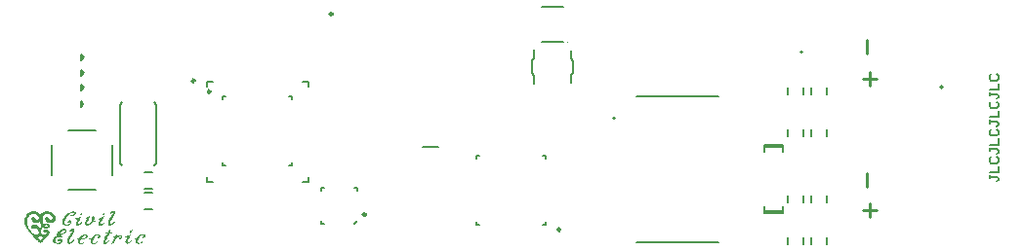
<source format=gto>
G04*
G04 #@! TF.GenerationSoftware,Altium Limited,Altium Designer,18.1.7 (191)*
G04*
G04 Layer_Color=65535*
%FSLAX44Y44*%
%MOMM*%
G71*
G01*
G75*
%ADD10C,0.2500*%
%ADD11C,0.2000*%
%ADD12C,0.1000*%
%ADD13C,0.1500*%
%ADD14C,0.1270*%
%ADD15C,0.2540*%
G36*
X261438Y320669D02*
X261599Y320605D01*
X261824Y320444D01*
X261857D01*
X261889Y320411D01*
X261986Y320283D01*
X262018Y320218D01*
X262114Y320089D01*
X262082Y320025D01*
X262018Y319896D01*
Y319864D01*
X261986Y319832D01*
X261953Y319767D01*
X261889Y319735D01*
X261857D01*
X261824Y319703D01*
X261663Y319606D01*
X261406Y319478D01*
X261148Y319316D01*
X261116D01*
X261084Y319284D01*
X260923Y319188D01*
X260697Y319059D01*
X260440Y318930D01*
X260182D01*
X260118Y318962D01*
X260053Y319027D01*
X260021Y319091D01*
Y319123D01*
X259989Y319252D01*
X260021Y319478D01*
X260053Y319606D01*
X260118Y319767D01*
Y319799D01*
X260150Y319864D01*
X260279Y320057D01*
X260472Y320283D01*
X260697Y320508D01*
X260730Y320540D01*
X260858Y320605D01*
X261052Y320669D01*
X261245Y320701D01*
X261309D01*
X261438Y320669D01*
D02*
G37*
G36*
X254417Y322151D02*
X254513D01*
X254642Y322118D01*
X254771D01*
X255125Y322086D01*
X255544Y322022D01*
X255576D01*
X255641Y321990D01*
X255866Y321925D01*
X256124Y321764D01*
X256349Y321507D01*
Y321474D01*
X256381Y321442D01*
X256478Y321249D01*
X256543Y320959D01*
Y320798D01*
X256510Y320605D01*
Y320573D01*
X256478Y320476D01*
X256414Y320283D01*
X256317Y320057D01*
X256188Y319799D01*
X255995Y319510D01*
X255770Y319188D01*
X255480Y318833D01*
X255448Y318801D01*
X255319Y318704D01*
X255158Y318543D01*
X254900Y318382D01*
X254578Y318189D01*
X254224Y318060D01*
X253805Y317964D01*
X253354Y317931D01*
X253290D01*
X253064Y317964D01*
X252806Y318028D01*
X252549Y318157D01*
X252484Y318189D01*
X252356Y318318D01*
X252195Y318511D01*
X252001Y318769D01*
X251969Y318801D01*
Y318930D01*
X251937Y319091D01*
X252001Y319284D01*
X252034Y319316D01*
X252098Y319413D01*
X252227Y319542D01*
X252388Y319606D01*
X252420D01*
X252517Y319639D01*
X252871D01*
X252968Y319606D01*
X253032Y319478D01*
X253064Y319413D01*
X253096Y319284D01*
Y319220D01*
X253129Y319091D01*
X253193Y318962D01*
X253322Y318898D01*
X253773D01*
X253837Y318930D01*
X253934Y318962D01*
X254063Y319027D01*
X254224Y319091D01*
X254385Y319220D01*
X254546Y319381D01*
X254707Y319574D01*
X254739Y319606D01*
X254771Y319671D01*
X254836Y319767D01*
X254932Y319928D01*
X255061Y320283D01*
X255093Y320476D01*
Y320669D01*
Y320701D01*
Y320733D01*
X255061Y320862D01*
X254997Y321023D01*
X254868Y321184D01*
X254836Y321217D01*
X254739Y321281D01*
X254578Y321313D01*
X254385Y321345D01*
X254191D01*
X254030Y321313D01*
X253805Y321281D01*
X253773D01*
X253644Y321249D01*
X253451Y321217D01*
X253257Y321152D01*
X253225D01*
X253096Y321088D01*
X252935Y321023D01*
X252710Y320895D01*
X252420Y320766D01*
X252130Y320605D01*
X251550Y320218D01*
X251518Y320186D01*
X251422Y320122D01*
X251261Y319993D01*
X251067Y319832D01*
X250842Y319639D01*
X250616Y319413D01*
X250101Y318898D01*
X250069Y318866D01*
X249972Y318737D01*
X249811Y318576D01*
X249586Y318350D01*
X249360Y318060D01*
X249103Y317738D01*
X248587Y317030D01*
X248555Y316998D01*
X248491Y316869D01*
X248362Y316643D01*
X248201Y316386D01*
X248008Y316096D01*
X247814Y315741D01*
X247396Y314968D01*
Y314936D01*
X247363Y314872D01*
X247299Y314775D01*
X247235Y314614D01*
X247106Y314260D01*
X246977Y313841D01*
Y313809D01*
X246945Y313745D01*
Y313616D01*
X246913Y313487D01*
X246880Y313068D01*
Y312617D01*
Y312585D01*
Y312521D01*
X246913Y312392D01*
X246945Y312231D01*
X247074Y311877D01*
X247267Y311490D01*
X247299Y311458D01*
X247331Y311426D01*
X247525Y311265D01*
X247814Y311071D01*
X248233Y310878D01*
X248265D01*
X248394Y310846D01*
X248555Y310814D01*
X248813Y310781D01*
X249070D01*
X249393Y310814D01*
X249747Y310878D01*
X250133Y311007D01*
X250166Y311039D01*
X250294Y311071D01*
X250488Y311168D01*
X250713Y311297D01*
X250971Y311458D01*
X251228Y311683D01*
X251454Y311909D01*
X251647Y312199D01*
Y312231D01*
X251679Y312295D01*
X251776Y312488D01*
Y312521D01*
X251808Y312585D01*
X251840Y312778D01*
Y312811D01*
Y312843D01*
Y312939D01*
X251808Y313036D01*
Y313068D01*
X251776Y313100D01*
X251712Y313165D01*
X251647Y313197D01*
X251583Y313229D01*
X251518D01*
X251422Y313197D01*
X251389D01*
X251325Y313165D01*
X251261Y313133D01*
X251196Y313068D01*
Y313036D01*
X251132Y313004D01*
X251067Y312811D01*
Y312778D01*
X251035Y312714D01*
X250938Y312521D01*
X250906Y312456D01*
X250842Y312327D01*
X250713Y312166D01*
X250552Y312038D01*
X250520Y312005D01*
X250391Y311973D01*
X250198D01*
X249940Y312005D01*
X249876D01*
X249747Y312070D01*
X249586Y312166D01*
X249457Y312327D01*
X249425Y312360D01*
X249393Y312488D01*
X249360Y312682D01*
Y312972D01*
Y313004D01*
X249393Y313068D01*
Y313165D01*
X249425Y313294D01*
X249554Y313584D01*
X249779Y313841D01*
X249811D01*
X249844Y313906D01*
X250037Y314002D01*
X250294Y314163D01*
X250649Y314324D01*
X250681D01*
X250745Y314356D01*
X250842Y314389D01*
X250971D01*
X251293Y314453D01*
X251744D01*
X251937Y314356D01*
X252227Y314228D01*
X252356Y314099D01*
X252517Y313970D01*
X252549D01*
X252581Y313906D01*
X252742Y313745D01*
X252871Y313487D01*
X252935Y313326D01*
X252968Y313165D01*
Y313133D01*
Y313100D01*
Y313004D01*
Y312875D01*
Y312585D01*
X252871Y312231D01*
Y312199D01*
X252806Y312070D01*
X252742Y311909D01*
X252613Y311716D01*
X252484Y311490D01*
X252323Y311297D01*
X252098Y311071D01*
X251873Y310878D01*
X251840Y310846D01*
X251744Y310814D01*
X251583Y310717D01*
X251389Y310620D01*
X251164Y310492D01*
X250906Y310363D01*
X250294Y310137D01*
X250230Y310105D01*
X250069Y310073D01*
X249811Y310009D01*
X249521Y309976D01*
X249457D01*
X249264Y309944D01*
X249006Y309912D01*
X248716Y309880D01*
X248459D01*
X248298Y309912D01*
X248104Y309944D01*
X247847Y309976D01*
X247299Y310105D01*
X246719Y310298D01*
X246107Y310588D01*
X245560Y310975D01*
X245334Y311200D01*
X245109Y311490D01*
Y311522D01*
X245077Y311555D01*
X245012Y311651D01*
X244980Y311780D01*
X244916Y311941D01*
X244851Y312102D01*
X244755Y312585D01*
X244722Y313165D01*
X244755Y313841D01*
X244819Y314195D01*
X244884Y314614D01*
X245045Y315001D01*
X245206Y315452D01*
Y315484D01*
X245270Y315580D01*
X245334Y315709D01*
X245431Y315870D01*
X245560Y316096D01*
X245689Y316353D01*
X246075Y316965D01*
X246558Y317642D01*
X247106Y318318D01*
X247750Y319027D01*
X248491Y319671D01*
X248523Y319703D01*
X248587Y319735D01*
X248716Y319832D01*
X248877Y319928D01*
X249070Y320089D01*
X249296Y320218D01*
X249586Y320411D01*
X249876Y320605D01*
X250584Y320991D01*
X251422Y321378D01*
X252323Y321764D01*
X253322Y322086D01*
X253354D01*
X253419Y322118D01*
X253515D01*
X253644Y322151D01*
X253998Y322183D01*
X254417Y322151D01*
D02*
G37*
G36*
X280923Y320444D02*
X281149Y320411D01*
X281213Y320379D01*
X281310Y320315D01*
X281439Y320218D01*
X281568Y320057D01*
Y320025D01*
X281600Y319993D01*
Y319799D01*
Y319767D01*
Y319703D01*
X281568Y319639D01*
X281535Y319606D01*
X281503D01*
X281471Y319542D01*
X281278Y319413D01*
X281020Y319252D01*
X280698Y319027D01*
X280666D01*
X280634Y318994D01*
X280537Y318930D01*
X280408Y318898D01*
X280086Y318769D01*
X279699Y318640D01*
Y318672D01*
Y318737D01*
X279667Y318866D01*
Y319027D01*
X279699Y319381D01*
X279764Y319574D01*
X279828Y319767D01*
Y319799D01*
X279861Y319864D01*
X280022Y320057D01*
X280247Y320283D01*
X280408Y320379D01*
X280601Y320444D01*
X280634D01*
X280762Y320476D01*
X280923Y320444D01*
D02*
G37*
G36*
X220921Y322376D02*
X221276Y322312D01*
X221694Y322247D01*
X222145Y322151D01*
X222596Y321990D01*
X223047Y321796D01*
X223111Y321764D01*
X223240Y321700D01*
X223466Y321571D01*
X223756Y321378D01*
X224078Y321152D01*
X224432Y320895D01*
X224818Y320573D01*
X225205Y320186D01*
X225237D01*
X225269Y320122D01*
X225430Y319961D01*
X225463D01*
X225495Y319896D01*
X225624Y319735D01*
X225656D01*
X225720Y319703D01*
X225785Y319671D01*
X225914Y319606D01*
X225946Y319639D01*
X226010Y319735D01*
X226107Y319864D01*
X226236Y319993D01*
X226268Y320025D01*
X226332Y320122D01*
X226461Y320250D01*
X226590Y320379D01*
X226622Y320411D01*
X226751Y320540D01*
X226944Y320701D01*
X227170Y320895D01*
X227492Y321152D01*
X227814Y321378D01*
X228200Y321603D01*
X228619Y321796D01*
X228683Y321829D01*
X228812Y321861D01*
X229038Y321957D01*
X229360Y322054D01*
X229714Y322151D01*
X230100Y322247D01*
X230551Y322312D01*
X231035Y322344D01*
X232001D01*
X232452Y322312D01*
X232967Y322280D01*
X233482Y322183D01*
X234030Y322054D01*
X234062D01*
X234094Y322022D01*
X234287Y321990D01*
X234545Y321861D01*
X234899Y321732D01*
X235318Y321507D01*
X235769Y321281D01*
X236220Y320959D01*
X236671Y320605D01*
X236703Y320573D01*
X236832Y320476D01*
X236993Y320315D01*
X237186Y320089D01*
X237444Y319864D01*
X237701Y319574D01*
X238185Y318898D01*
X238217Y318866D01*
X238281Y318737D01*
X238410Y318543D01*
X238539Y318286D01*
X238668Y317996D01*
X238829Y317642D01*
X238957Y317255D01*
X239086Y316836D01*
Y316804D01*
X239118Y316772D01*
Y316675D01*
X239151Y316579D01*
X239183Y316257D01*
X239215Y315870D01*
X239183Y315387D01*
X239086Y314872D01*
X238925Y314356D01*
X238668Y313809D01*
X238635Y313745D01*
X238507Y313584D01*
X238281Y313358D01*
X237991Y313068D01*
X237637Y312778D01*
X237186Y312521D01*
X236671Y312263D01*
X236059Y312102D01*
X235994D01*
X235898Y312070D01*
X235801D01*
X235479Y312038D01*
X235093Y312005D01*
X234610D01*
X234126Y312038D01*
X233579Y312102D01*
X233064Y312231D01*
X232999Y312263D01*
X232838Y312327D01*
X232580Y312456D01*
X232226Y312617D01*
X231840Y312843D01*
X231421Y313133D01*
X231002Y313519D01*
X230584Y313938D01*
Y313970D01*
X230519Y314002D01*
X230358Y314228D01*
X230197Y314518D01*
X230036Y314872D01*
Y314904D01*
X230004Y314968D01*
X229972Y315065D01*
X229939Y315194D01*
X229907Y315516D01*
Y315903D01*
Y315935D01*
X229939Y315999D01*
Y316128D01*
X229972Y316257D01*
X230100Y316579D01*
X230294Y316901D01*
Y316933D01*
X230358Y316965D01*
X230519Y317126D01*
X230809Y317320D01*
X231163Y317481D01*
X231196D01*
X231260Y317513D01*
X231357D01*
X231485Y317545D01*
X231775D01*
X232065Y317481D01*
X232097D01*
X232129Y317448D01*
X232323Y317352D01*
X232548Y317159D01*
X232806Y316901D01*
X232838Y316869D01*
X232935Y316740D01*
X233031Y316579D01*
X233160Y316386D01*
X233192Y316353D01*
X233289Y316224D01*
X233386Y316031D01*
X233514Y315838D01*
X233547Y315806D01*
X233579Y315741D01*
X233772Y315516D01*
X234094Y315258D01*
X234287Y315162D01*
X234481Y315065D01*
X234513D01*
X234577Y315033D01*
X234706D01*
X234835Y315001D01*
X235221Y315033D01*
X235415Y315097D01*
X235640Y315194D01*
X235672D01*
X235737Y315258D01*
X235930Y315419D01*
X236155Y315677D01*
X236284Y315870D01*
X236349Y316063D01*
Y316096D01*
X236381Y316160D01*
Y316289D01*
X236413Y316450D01*
X236381Y316869D01*
X236349Y317094D01*
X236252Y317320D01*
Y317352D01*
X236220Y317384D01*
X236123Y317609D01*
X235930Y317899D01*
X235672Y318254D01*
X235286Y318640D01*
X234835Y319027D01*
X234287Y319413D01*
X233611Y319703D01*
X233579D01*
X233514Y319735D01*
X233418Y319767D01*
X233289Y319799D01*
X232935Y319896D01*
X232452Y319993D01*
X231904Y320025D01*
X231324Y319993D01*
X230680Y319896D01*
X230390Y319799D01*
X230068Y319671D01*
X230036D01*
X229939Y319606D01*
X229778Y319510D01*
X229585Y319413D01*
X229392Y319252D01*
X229166Y319059D01*
X228941Y318866D01*
X228748Y318608D01*
X228715Y318576D01*
X228651Y318479D01*
X228587Y318350D01*
X228458Y318157D01*
X228329Y317931D01*
X228232Y317674D01*
X228007Y317094D01*
Y317030D01*
X227975Y316901D01*
X227910Y316643D01*
X227878Y316321D01*
X227814Y315967D01*
X227749Y315548D01*
X227717Y314646D01*
Y314582D01*
Y314421D01*
X227749Y314195D01*
X227782Y313873D01*
X227814Y313487D01*
X227878Y313068D01*
X227975Y312617D01*
X228104Y312166D01*
Y312134D01*
X228136Y312070D01*
X228232Y311844D01*
X228361Y311619D01*
X228426Y311522D01*
X228490Y311458D01*
X228877D01*
X229070Y311490D01*
X229263Y311522D01*
X229295D01*
X229424Y311555D01*
X229585Y311587D01*
X229811Y311619D01*
X230068D01*
X230358Y311651D01*
X231002Y311619D01*
X231035D01*
X231131Y311587D01*
X231324Y311555D01*
X231518Y311522D01*
X231775Y311458D01*
X232065Y311361D01*
X232645Y311136D01*
X232677D01*
X232709Y311104D01*
X232741D01*
X232806Y311071D01*
X232838D01*
X232870Y311007D01*
X233096Y310878D01*
X233353Y310653D01*
X233643Y310395D01*
X233675Y310363D01*
X233708Y310331D01*
X233772Y310234D01*
X233836Y310137D01*
X233933Y309815D01*
X233997Y309622D01*
Y309397D01*
Y309364D01*
Y309300D01*
X233965Y309171D01*
Y309042D01*
X233836Y308688D01*
X233740Y308527D01*
X233611Y308366D01*
X233579D01*
X233547Y308302D01*
X233353Y308141D01*
X233031Y307947D01*
X232677Y307754D01*
X232645Y307722D01*
X232484Y307690D01*
X232290Y307625D01*
X232001Y307529D01*
X231679Y307464D01*
X231292Y307400D01*
X230906Y307335D01*
X230487D01*
X230326Y307368D01*
X230133Y307400D01*
X229843Y307432D01*
X229521Y307529D01*
X229166Y307657D01*
X228812Y307851D01*
X228426Y308076D01*
X228393Y308108D01*
X228265Y308173D01*
X228104Y308269D01*
X227943D01*
X227846Y308205D01*
X227717Y308108D01*
X227588Y307947D01*
X227556Y307915D01*
X227492Y307786D01*
X227363Y307593D01*
X227234Y307368D01*
X227073Y307078D01*
X226912Y306756D01*
X226783Y306401D01*
X226654Y306015D01*
Y305983D01*
X226622Y305822D01*
X226558Y305628D01*
X226525Y305371D01*
X226493Y305016D01*
Y304662D01*
Y304244D01*
X226525Y303825D01*
Y303793D01*
X226558Y303696D01*
X226590Y303567D01*
X226654Y303374D01*
X226751Y303148D01*
X226880Y302955D01*
X227009Y302730D01*
X227202Y302504D01*
X227234Y302472D01*
X227298Y302408D01*
X227427Y302311D01*
X227588Y302214D01*
X227782Y302118D01*
X228007Y301989D01*
X228232Y301924D01*
X228522Y301860D01*
X228780D01*
X228973Y301892D01*
X229199Y301924D01*
X229456Y301989D01*
X229746Y302086D01*
X230036Y302247D01*
X230068Y302279D01*
X230165Y302343D01*
X230294Y302440D01*
X230487Y302569D01*
X230841Y302923D01*
X230970Y303116D01*
X231099Y303342D01*
Y303374D01*
X231131Y303406D01*
Y303567D01*
Y303760D01*
X231067Y303986D01*
X231035Y304018D01*
X230938Y304115D01*
X230745Y304211D01*
X230487Y304244D01*
X230455D01*
X230358Y304211D01*
X230197Y304179D01*
X230036Y304147D01*
X230004D01*
X229907Y304115D01*
X229778Y304082D01*
X229617Y304050D01*
X229585D01*
X229456Y304018D01*
X229263Y303986D01*
X229038D01*
X228909Y304018D01*
X228780Y304082D01*
X228619Y304244D01*
X228587Y304276D01*
X228522Y304405D01*
X228458Y304598D01*
X228426Y304791D01*
Y304855D01*
X228458Y304984D01*
X228490Y305145D01*
X228554Y305371D01*
Y305403D01*
X228587Y305435D01*
X228683Y305596D01*
X228844Y305822D01*
X229070Y305983D01*
X229102D01*
X229134Y306015D01*
X229295Y306079D01*
X229521Y306176D01*
X229811Y306240D01*
X229843D01*
X229972Y306273D01*
X230390D01*
X230648Y306305D01*
X230970Y306273D01*
X231614Y306208D01*
X231646D01*
X231743Y306176D01*
X231904Y306112D01*
X232129Y306047D01*
X232355Y305950D01*
X232645Y305822D01*
X232903Y305661D01*
X233192Y305435D01*
X233225Y305403D01*
X233289Y305338D01*
X233418Y305242D01*
X233547Y305113D01*
X233804Y304759D01*
X233901Y304533D01*
X233965Y304308D01*
Y304276D01*
X233997Y304211D01*
Y304082D01*
Y303921D01*
X233965Y303728D01*
X233901Y303503D01*
X233804Y303277D01*
X233643Y303020D01*
X233611Y302987D01*
X233579Y302891D01*
X233482Y302762D01*
X233386Y302601D01*
X233064Y302182D01*
X232709Y301699D01*
X232677Y301667D01*
X232613Y301602D01*
X232516Y301474D01*
X232387Y301313D01*
X232065Y300926D01*
X231711Y300475D01*
Y300443D01*
X231646Y300411D01*
X231485Y300218D01*
X231228Y299928D01*
X230906Y299541D01*
X230487Y299090D01*
X230036Y298607D01*
X229553Y298092D01*
X229038Y297544D01*
X228973Y297480D01*
X228812Y297287D01*
X228522Y297029D01*
X228168Y296675D01*
X227749Y296256D01*
X227266Y295805D01*
X226719Y295322D01*
X226171Y294839D01*
X226139Y294807D01*
X226042Y294710D01*
X225978Y294678D01*
X225849Y294613D01*
X225817Y294646D01*
X225753Y294678D01*
X225656Y294774D01*
X225527Y294871D01*
X225205Y295129D01*
X224818Y295419D01*
X224786Y295451D01*
X224722Y295483D01*
X224625Y295580D01*
X224496Y295676D01*
X224207Y295966D01*
X223852Y296288D01*
X223820Y296320D01*
X223756Y296385D01*
X223627Y296514D01*
X223466Y296675D01*
X223272Y296868D01*
X223015Y297094D01*
X222757Y297351D01*
X222467Y297641D01*
X221791Y298317D01*
X221050Y299090D01*
X220277Y299895D01*
X219504Y300733D01*
X219472Y300765D01*
X219408Y300830D01*
X219311Y300958D01*
X219150Y301119D01*
X218957Y301345D01*
X218731Y301602D01*
X218506Y301860D01*
X218216Y302182D01*
X217604Y302891D01*
X216960Y303696D01*
X216251Y304598D01*
X215543Y305499D01*
X215511Y305564D01*
X215382Y305725D01*
X215221Y305950D01*
X214963Y306273D01*
X214705Y306659D01*
X214415Y307078D01*
X213804Y307980D01*
X213771Y308044D01*
X213675Y308205D01*
X213514Y308463D01*
X213353Y308817D01*
X213127Y309236D01*
X212934Y309687D01*
X212709Y310202D01*
X212515Y310749D01*
Y310781D01*
X212483Y310814D01*
X212451Y310910D01*
X212419Y311039D01*
X212354Y311394D01*
X212258Y311812D01*
X212129Y312327D01*
X212064Y312907D01*
X212000Y313519D01*
X211968Y314131D01*
Y314163D01*
Y314260D01*
Y314421D01*
X212000Y314614D01*
Y314872D01*
X212032Y315130D01*
X212097Y315677D01*
Y315709D01*
X212129Y315774D01*
X212161Y315903D01*
X212193Y316063D01*
X212258Y316289D01*
X212322Y316514D01*
X212547Y317094D01*
X212837Y317771D01*
X213256Y318511D01*
X213514Y318898D01*
X213771Y319284D01*
X214093Y319671D01*
X214448Y320057D01*
X214512Y320122D01*
X214673Y320283D01*
X214899Y320508D01*
X215253Y320766D01*
X215639Y321056D01*
X216122Y321378D01*
X216606Y321635D01*
X217153Y321861D01*
X217185D01*
X217218Y321893D01*
X217411Y321957D01*
X217733Y322022D01*
X218119Y322151D01*
X218603Y322247D01*
X219150Y322312D01*
X219762Y322376D01*
X220406Y322408D01*
X220664D01*
X220921Y322376D01*
D02*
G37*
G36*
X268459Y318125D02*
X268556Y318060D01*
X268588D01*
X268620Y317996D01*
X268652Y317899D01*
X268685Y317771D01*
Y317738D01*
Y317674D01*
Y317448D01*
Y317416D01*
X268620Y317320D01*
X268556Y317126D01*
X268459Y316933D01*
X268363Y316675D01*
X268234Y316386D01*
X267944Y315774D01*
X267912Y315741D01*
X267880Y315645D01*
X267815Y315484D01*
X267719Y315258D01*
X267590Y315033D01*
X267461Y314743D01*
X267171Y314131D01*
Y314099D01*
X267139Y314034D01*
X267074Y313938D01*
X267010Y313777D01*
X266849Y313423D01*
X266688Y313004D01*
Y312972D01*
X266656Y312907D01*
X266591Y312811D01*
X266559Y312649D01*
X266398Y312327D01*
X266237Y311909D01*
Y311877D01*
X266205Y311812D01*
X266173Y311587D01*
Y311555D01*
Y311490D01*
X266140Y311329D01*
Y311265D01*
Y311136D01*
X266205Y310975D01*
X266334Y310846D01*
X266366Y310814D01*
X266462Y310781D01*
X266623Y310749D01*
X266817Y310781D01*
X266849Y310814D01*
X266881D01*
X266913Y310846D01*
X266945Y310878D01*
X267074Y310943D01*
X267235Y311071D01*
X267429Y311232D01*
X267686Y311394D01*
X267976Y311619D01*
X268588Y312070D01*
X268620Y312102D01*
X268717Y312199D01*
X268878Y312327D01*
X269071Y312488D01*
X269297Y312714D01*
X269554Y312972D01*
X270037Y313551D01*
X270070Y313584D01*
X270134Y313712D01*
X270198Y313873D01*
X270231Y314034D01*
Y314067D01*
Y314195D01*
X270198Y314389D01*
X270166Y314582D01*
Y314614D01*
X270134Y314743D01*
X270102Y314904D01*
X270070Y315130D01*
Y315387D01*
Y315677D01*
Y315967D01*
X270134Y316257D01*
Y316289D01*
X270166Y316386D01*
X270231Y316547D01*
X270327Y316740D01*
X270456Y316965D01*
X270649Y317191D01*
X270875Y317448D01*
X271132Y317674D01*
X271165Y317706D01*
X271294Y317803D01*
X271455Y317899D01*
X271648Y317996D01*
X271712Y318028D01*
X271841Y318060D01*
X272034D01*
X272260Y317996D01*
X272292D01*
X272324Y317964D01*
X272453Y317867D01*
X272614Y317706D01*
X272743Y317513D01*
Y317448D01*
X272775Y317320D01*
X272807Y317094D01*
Y316836D01*
Y316772D01*
Y316611D01*
X272775Y316386D01*
X272743Y316128D01*
Y316063D01*
X272711Y315903D01*
X272646Y315709D01*
X272582Y315452D01*
Y315387D01*
X272517Y315226D01*
X272453Y315033D01*
X272356Y314775D01*
X272324Y314711D01*
X272292Y314550D01*
X272195Y314324D01*
X272099Y314067D01*
X272131D01*
X272163Y314002D01*
X272356Y313906D01*
X272614Y313841D01*
X272775D01*
X272936Y313873D01*
X272968D01*
X273000Y313906D01*
X273194Y313938D01*
X273484D01*
X273806Y313873D01*
X273773Y313841D01*
X273741Y313777D01*
X273548Y313584D01*
X273290Y313358D01*
X272936Y313133D01*
X272904D01*
X272839Y313100D01*
X272743Y313068D01*
X272614Y313036D01*
X272292Y313004D01*
X272099D01*
X271873Y313036D01*
X271809D01*
X271680Y313068D01*
X271487Y313036D01*
X271294Y313004D01*
X271261Y312972D01*
X271165Y312939D01*
X271036Y312843D01*
X270875Y312682D01*
Y312649D01*
X270810Y312617D01*
X270649Y312424D01*
X270424Y312166D01*
X270166Y311877D01*
X270134Y311844D01*
X270102Y311812D01*
X269941Y311619D01*
X269683Y311394D01*
X269393Y311168D01*
X269361Y311136D01*
X269264Y311039D01*
X269071Y310910D01*
X268878Y310749D01*
X268588Y310588D01*
X268298Y310427D01*
X267944Y310266D01*
X267590Y310137D01*
X267557D01*
X267429Y310105D01*
X267235Y310041D01*
X266978Y310009D01*
X266656Y309976D01*
X266301D01*
X265915Y310009D01*
X265496Y310073D01*
X265464D01*
X265399Y310105D01*
X265174Y310170D01*
X264916Y310298D01*
X264820Y310395D01*
X264723Y310492D01*
X264691Y310556D01*
X264594Y310717D01*
X264498Y311007D01*
X264433Y311394D01*
Y311426D01*
Y311458D01*
X264401Y311683D01*
X264433Y311973D01*
X264466Y312295D01*
Y312327D01*
X264498Y312360D01*
X264562Y312585D01*
X264659Y312843D01*
X264788Y313165D01*
Y313197D01*
X264820Y313262D01*
X264884Y313390D01*
X264949Y313519D01*
X265142Y313873D01*
X265335Y314292D01*
Y314324D01*
X265367Y314389D01*
X265432Y314485D01*
X265496Y314646D01*
X265689Y315001D01*
X265883Y315419D01*
X265915Y315452D01*
X265947Y315516D01*
X266044Y315709D01*
X266076Y315741D01*
X266108Y315806D01*
X266173Y315935D01*
X266237Y316096D01*
X266044D01*
X265850Y316063D01*
X265625D01*
X265496Y316031D01*
X265335D01*
X265174Y315999D01*
Y316031D01*
Y316063D01*
Y316160D01*
Y316192D01*
Y316224D01*
X265206Y316257D01*
X265303Y316321D01*
X265432Y316418D01*
X265593Y316514D01*
X266044Y316836D01*
X266527Y317159D01*
X266559Y317191D01*
X266656Y317255D01*
X266784Y317352D01*
X266978Y317448D01*
X267396Y317771D01*
X267912Y318093D01*
X267944D01*
X268008Y318125D01*
X268105Y318157D01*
X268363D01*
X268459Y318125D01*
D02*
G37*
G36*
X261567Y318254D02*
X261535Y318157D01*
X261470Y317996D01*
X261374Y317803D01*
X261116Y317352D01*
X260858Y316836D01*
Y316804D01*
X260794Y316708D01*
X260762Y316579D01*
X260665Y316418D01*
X260472Y315967D01*
X260214Y315484D01*
Y315452D01*
X260150Y315387D01*
X260118Y315258D01*
X260021Y315130D01*
X259828Y314743D01*
X259602Y314324D01*
Y314292D01*
X259538Y314228D01*
X259473Y314099D01*
X259409Y313970D01*
X259184Y313584D01*
X258958Y313133D01*
X258926Y313100D01*
X258894Y313004D01*
X258797Y312843D01*
X258733Y312649D01*
X258700Y312617D01*
X258668Y312521D01*
X258572Y312360D01*
X258507Y312166D01*
Y312134D01*
X258475Y312102D01*
X258411Y311909D01*
X258346Y311651D01*
X258314Y311394D01*
Y311361D01*
X258346Y311232D01*
X258411Y311071D01*
X258539Y310943D01*
X258572D01*
X258604Y310910D01*
X258765Y310878D01*
X258958Y310846D01*
X259087Y310878D01*
X259184Y310910D01*
X259216Y310943D01*
X259345Y311007D01*
X259506Y311104D01*
X259699Y311232D01*
X259731D01*
X259763Y311297D01*
X259956Y311458D01*
X260214Y311683D01*
X260536Y311941D01*
X260569Y311973D01*
X260601Y312005D01*
X260794Y312166D01*
X261052Y312424D01*
X261341Y312682D01*
X261374Y312714D01*
X261438Y312778D01*
X261663Y312972D01*
X261696Y313004D01*
X261760Y313068D01*
X261986Y313262D01*
X262018Y313229D01*
X262114Y313133D01*
X262179Y313004D01*
X262211Y312875D01*
Y312843D01*
X262179Y312778D01*
X262082Y312585D01*
X262050Y312553D01*
X261986Y312456D01*
X261889Y312295D01*
X261728Y312134D01*
X261341Y311683D01*
X260858Y311200D01*
X260826Y311168D01*
X260762Y311104D01*
X260633Y310975D01*
X260440Y310846D01*
X260214Y310685D01*
X259989Y310524D01*
X259699Y310331D01*
X259377Y310170D01*
X259345D01*
X259312Y310137D01*
X259216Y310105D01*
X259087Y310073D01*
X258797Y310009D01*
X258443Y309976D01*
X258249D01*
X258121Y310009D01*
X257831Y310073D01*
X257477Y310170D01*
X257444D01*
X257412Y310202D01*
X257219Y310331D01*
X256994Y310524D01*
X256768Y310814D01*
Y310846D01*
X256736Y310910D01*
X256704Y311007D01*
X256671Y311136D01*
X256639Y311458D01*
Y311877D01*
Y311909D01*
Y311941D01*
X256704Y312134D01*
X256768Y312392D01*
X256865Y312682D01*
Y312714D01*
X256897Y312746D01*
X256961Y312939D01*
X257058Y313197D01*
X257155Y313487D01*
Y313519D01*
X257187Y313551D01*
X257283Y313745D01*
X257412Y314002D01*
X257573Y314324D01*
Y314356D01*
X257605Y314389D01*
X257734Y314582D01*
X257863Y314872D01*
X258056Y315226D01*
X257283D01*
X257155Y315258D01*
X257122D01*
X257026Y315291D01*
X256897Y315323D01*
X256736Y315387D01*
X256704Y315419D01*
X256607Y315452D01*
X256381Y315580D01*
X256349Y315613D01*
X256285Y315709D01*
X256220Y315870D01*
X256253Y316031D01*
Y316063D01*
X256317Y316160D01*
X256446Y316257D01*
X256607Y316289D01*
X256800D01*
X256994Y316321D01*
X257283Y316353D01*
X257573Y316386D01*
X257927Y316482D01*
X258249Y316579D01*
X258604Y316740D01*
X258636Y316772D01*
X258765Y316804D01*
X258958Y316901D01*
X259184Y317030D01*
X259473Y317159D01*
X259763Y317320D01*
X260440Y317674D01*
X260472Y317706D01*
X260601Y317771D01*
X260762Y317867D01*
X260955Y317964D01*
X260987Y317996D01*
X261148Y318060D01*
X261341Y318157D01*
X261599Y318286D01*
X261567Y318254D01*
D02*
G37*
G36*
X289555Y322634D02*
X289748Y322569D01*
X289780D01*
X289845Y322537D01*
X290070Y322473D01*
X290328Y322312D01*
X290553Y322086D01*
X290586Y322022D01*
X290682Y321861D01*
X290747Y321571D01*
Y321410D01*
X290714Y321217D01*
Y321184D01*
Y321152D01*
X290650Y320927D01*
X290586Y320637D01*
X290457Y320315D01*
Y320283D01*
X290424Y320250D01*
X290360Y320057D01*
X290231Y319799D01*
X290070Y319510D01*
X290038Y319445D01*
X289941Y319252D01*
X289780Y318962D01*
X289555Y318576D01*
X289297Y318125D01*
X289040Y317642D01*
X288718Y317094D01*
X288396Y316547D01*
X288363Y316482D01*
X288235Y316289D01*
X288073Y315999D01*
X287848Y315645D01*
X287590Y315194D01*
X287300Y314711D01*
X287011Y314163D01*
X286688Y313616D01*
X286656Y313551D01*
X286592Y313423D01*
X286463Y313197D01*
X286366Y312907D01*
Y312875D01*
X286334Y312843D01*
X286302Y312682D01*
X286238Y312424D01*
X286173Y312134D01*
Y312102D01*
Y312038D01*
X286141Y311844D01*
X286173Y311587D01*
X286238Y311490D01*
X286334Y311394D01*
X286399Y311361D01*
X286528Y311329D01*
X286785Y311297D01*
X286914Y311329D01*
X287107Y311361D01*
X287139D01*
X287204Y311394D01*
X287300Y311426D01*
X287397Y311490D01*
X287687Y311619D01*
X287977Y311844D01*
X288009Y311877D01*
X288041Y311909D01*
X288202Y312070D01*
X288460Y312295D01*
X288718Y312585D01*
X288750Y312617D01*
X288846Y312746D01*
X288975Y312907D01*
X289136Y313068D01*
X289168Y313100D01*
X289265Y313197D01*
X289394Y313326D01*
X289587Y313455D01*
X289619D01*
X289684Y313487D01*
X289780Y313519D01*
X290070D01*
X290199Y313487D01*
X290264Y313423D01*
X290296Y313390D01*
X290328Y313358D01*
X290360Y313229D01*
Y313068D01*
Y313036D01*
Y312939D01*
X290328Y312811D01*
X290264Y312714D01*
X290231Y312682D01*
X290135Y312585D01*
X290006Y312424D01*
X289845Y312231D01*
X289619Y312005D01*
X289394Y311780D01*
X288879Y311265D01*
X288846Y311232D01*
X288750Y311136D01*
X288589Y311007D01*
X288396Y310846D01*
X288138Y310685D01*
X287848Y310492D01*
X287526Y310298D01*
X287172Y310105D01*
X287139Y310073D01*
X287011Y310041D01*
X286817Y309976D01*
X286560Y309944D01*
X286270Y309912D01*
X285980Y309944D01*
X285658Y310009D01*
X285336Y310170D01*
X285304Y310202D01*
X285207Y310266D01*
X285078Y310395D01*
X284949Y310556D01*
X284788Y310781D01*
X284627Y311039D01*
X284498Y311329D01*
X284434Y311651D01*
Y311683D01*
Y311748D01*
X284402Y311909D01*
Y311941D01*
Y312005D01*
Y312134D01*
X284370Y312263D01*
Y312295D01*
X284402Y312392D01*
Y312553D01*
X284434Y312746D01*
X284498Y313004D01*
X284563Y313262D01*
X284692Y313841D01*
Y313873D01*
X284724Y313970D01*
X284788Y314131D01*
X284853Y314324D01*
X284949Y314550D01*
X285046Y314807D01*
X285271Y315355D01*
X285304Y315387D01*
X285336Y315484D01*
X285432Y315645D01*
X285561Y315838D01*
X285722Y316063D01*
X285883Y316321D01*
X286238Y316869D01*
X286270Y316901D01*
X286334Y316998D01*
X286431Y317159D01*
X286560Y317352D01*
X286721Y317577D01*
X286882Y317835D01*
X287268Y318382D01*
Y318415D01*
X287333Y318447D01*
X287461Y318640D01*
X287655Y318898D01*
X287880Y319155D01*
Y319188D01*
X287945Y319220D01*
X288073Y319381D01*
X288267Y319639D01*
X288492Y319896D01*
X288524Y319928D01*
X288556Y319993D01*
X288685Y320154D01*
Y320186D01*
X288718Y320250D01*
X288814Y320444D01*
Y320476D01*
X288846Y320605D01*
X288814Y320733D01*
X288750Y320895D01*
X288718Y320927D01*
X288653Y320959D01*
X288524Y320991D01*
X288331Y320959D01*
X288299Y320927D01*
X288170Y320895D01*
X288009Y320798D01*
X287848Y320701D01*
X287816Y320669D01*
X287687Y320605D01*
X287526Y320508D01*
X287365Y320379D01*
X287333Y320347D01*
X287236Y320283D01*
X287107Y320154D01*
X286946Y319993D01*
X286914Y319961D01*
X286817Y319928D01*
X286592D01*
X286495Y319993D01*
X286463Y320025D01*
X286366Y320154D01*
X286302Y320315D01*
Y320508D01*
Y320573D01*
X286366Y320701D01*
X286399Y320862D01*
X286495Y321088D01*
X286528Y321120D01*
X286592Y321217D01*
X286688Y321378D01*
X286817Y321539D01*
X287011Y321764D01*
X287268Y321957D01*
X287558Y322151D01*
X287912Y322344D01*
X287945D01*
X288041Y322408D01*
X288170Y322440D01*
X288331Y322505D01*
X288750Y322602D01*
X289201Y322666D01*
X289362D01*
X289555Y322634D01*
D02*
G37*
G36*
X281117Y318028D02*
X281084Y317931D01*
X281020Y317771D01*
X280923Y317577D01*
X280795Y317352D01*
X280666Y317126D01*
X280408Y316579D01*
Y316547D01*
X280344Y316450D01*
X280279Y316321D01*
X280183Y316160D01*
X279957Y315709D01*
X279699Y315226D01*
Y315194D01*
X279635Y315130D01*
X279603Y315001D01*
X279506Y314872D01*
X279313Y314485D01*
X279088Y314067D01*
Y314034D01*
X279023Y313970D01*
X278959Y313841D01*
X278894Y313712D01*
X278701Y313326D01*
X278476Y312907D01*
X278444Y312875D01*
X278411Y312778D01*
X278315Y312617D01*
X278250Y312424D01*
X278218Y312392D01*
X278186Y312295D01*
X278089Y312134D01*
X278025Y311941D01*
Y311909D01*
X277993Y311877D01*
X277928Y311683D01*
X277864Y311458D01*
Y311200D01*
Y311136D01*
X277896Y311039D01*
X277960Y310878D01*
X278089Y310749D01*
X278121D01*
X278154Y310717D01*
X278315Y310653D01*
X278508Y310620D01*
X278605Y310653D01*
X278701Y310685D01*
X278766Y310717D01*
X278862Y310781D01*
X279055Y310878D01*
X279216Y311007D01*
X279249Y311039D01*
X279281Y311071D01*
X279506Y311232D01*
X279764Y311490D01*
X280086Y311748D01*
X280118Y311780D01*
X280150Y311812D01*
X280344Y312005D01*
X280634Y312263D01*
X280956Y312553D01*
X280988Y312585D01*
X281052Y312649D01*
X281245Y312811D01*
X281278Y312843D01*
X281342Y312875D01*
X281568Y313068D01*
X281600Y313004D01*
X281664Y312875D01*
X281696Y312714D01*
Y312553D01*
Y312521D01*
X281664Y312456D01*
X281503Y312231D01*
X281471Y312199D01*
X281406Y312102D01*
X281310Y311973D01*
X281181Y311812D01*
X280859Y311426D01*
X280440Y311007D01*
X280408Y310975D01*
X280344Y310910D01*
X280215Y310814D01*
X280054Y310685D01*
X279828Y310524D01*
X279603Y310363D01*
X279088Y310041D01*
X279055D01*
X278959Y309976D01*
X278830Y309944D01*
X278701Y309880D01*
X278669D01*
X278572Y309848D01*
X278444Y309815D01*
X278315Y309783D01*
X277670D01*
X277381Y309848D01*
X277091Y309944D01*
X276833Y310073D01*
X276575Y310298D01*
X276543Y310331D01*
X276479Y310427D01*
X276382Y310556D01*
X276286Y310781D01*
X276221Y311039D01*
X276157Y311329D01*
X276189Y311683D01*
X276253Y312070D01*
Y312102D01*
X276286Y312134D01*
X276350Y312360D01*
X276447Y312649D01*
X276608Y312972D01*
Y313004D01*
X276640Y313036D01*
X276737Y313262D01*
X276865Y313551D01*
X277026Y313873D01*
X277059Y313906D01*
X277091Y314034D01*
X277187Y314228D01*
X277284Y314421D01*
X277316Y314485D01*
X277381Y314614D01*
X277477Y314807D01*
X277574Y315065D01*
X277187D01*
X276994Y315033D01*
X276672D01*
X276511Y315065D01*
X276479D01*
X276382Y315130D01*
X276157Y315258D01*
X276124Y315291D01*
X276060Y315355D01*
X275835Y315548D01*
Y315580D01*
X275802Y315645D01*
X275770Y315741D01*
X275802Y315870D01*
Y315903D01*
X275867Y315967D01*
X275963Y316031D01*
X276124Y316063D01*
X276350D01*
X276575Y316096D01*
X276898Y316128D01*
X277284Y316224D01*
X277670Y316321D01*
X278089Y316482D01*
X278508Y316675D01*
X278572Y316708D01*
X278701Y316772D01*
X278894Y316901D01*
X279184Y317062D01*
X279506Y317255D01*
X279893Y317448D01*
X280698Y317867D01*
X280730D01*
X280762Y317899D01*
X280891Y317931D01*
X280956Y317964D01*
X281020Y318028D01*
X281149Y318060D01*
X281117Y318028D01*
D02*
G37*
G36*
X286495Y306208D02*
X286592Y306176D01*
X286688Y306112D01*
X286721Y306079D01*
X286817Y305950D01*
X286882Y305725D01*
Y305435D01*
Y305403D01*
X286849Y305338D01*
X286785Y305145D01*
Y305113D01*
X286753Y305049D01*
X286656Y304855D01*
Y304823D01*
X286624Y304791D01*
X286560Y304598D01*
Y304566D01*
X286528Y304501D01*
X286463Y304405D01*
X286399Y304244D01*
X286463D01*
X286624Y304211D01*
X286849D01*
X287075Y304179D01*
X287139D01*
X287268Y304147D01*
X287461D01*
X287687Y304115D01*
X287719D01*
X287816Y304082D01*
X287945Y304050D01*
X288106Y304018D01*
X288138Y303986D01*
X288202Y303921D01*
X288299Y303825D01*
X288331Y303631D01*
Y303567D01*
X288299Y303470D01*
X288235Y303309D01*
X288106Y303213D01*
X288073D01*
X287977Y303181D01*
X287848Y303148D01*
X287655Y303116D01*
X287268D01*
X287043Y303084D01*
X286688D01*
X286463Y303116D01*
X286238D01*
X286044Y303084D01*
X285819Y302987D01*
X285787Y302955D01*
X285690Y302859D01*
X285561Y302698D01*
X285432Y302472D01*
Y302440D01*
X285368Y302375D01*
X285336Y302247D01*
X285239Y302086D01*
X285046Y301667D01*
X284788Y301184D01*
Y301152D01*
X284724Y301087D01*
X284660Y300958D01*
X284595Y300797D01*
X284370Y300411D01*
X284112Y299928D01*
X284080Y299895D01*
X284048Y299799D01*
X283951Y299638D01*
X283854Y299412D01*
X283725Y299187D01*
X283597Y298897D01*
X283274Y298317D01*
X283242Y298285D01*
X283210Y298188D01*
X283113Y298027D01*
X283017Y297802D01*
X282888Y297577D01*
X282759Y297287D01*
X282469Y296675D01*
X282437Y296610D01*
X282373Y296481D01*
X282308Y296320D01*
X282212Y296095D01*
X282180Y296031D01*
X282147Y295902D01*
X282083Y295741D01*
X282051Y295515D01*
Y295483D01*
Y295451D01*
Y295258D01*
X282115Y295064D01*
X282180Y294968D01*
X282276Y294903D01*
X282341Y294871D01*
X282469Y294839D01*
X282695D01*
X282824Y294871D01*
X282952Y294936D01*
X283017Y294968D01*
X283146Y295032D01*
X283339Y295129D01*
X283532Y295290D01*
X283597Y295322D01*
X283725Y295451D01*
X283887Y295580D01*
X284080Y295773D01*
X284144Y295837D01*
X284273Y295998D01*
X284498Y296224D01*
X284756Y296481D01*
Y296514D01*
X284820Y296546D01*
X284949Y296707D01*
X285143Y296932D01*
X285368Y297190D01*
X285400D01*
X285432Y297158D01*
X285465Y297126D01*
X285529Y297094D01*
Y297061D01*
X285497Y297029D01*
X285465Y296836D01*
Y296804D01*
X285432Y296771D01*
X285368Y296578D01*
Y296546D01*
X285304Y296481D01*
X285239Y296353D01*
X285175Y296192D01*
X284949Y295837D01*
X284660Y295419D01*
X284627Y295387D01*
X284595Y295322D01*
X284498Y295258D01*
X284370Y295129D01*
X284080Y294807D01*
X283693Y294485D01*
X283661D01*
X283629Y294420D01*
X283436Y294324D01*
X283178Y294163D01*
X282856Y294034D01*
X282824D01*
X282791Y294002D01*
X282566Y293969D01*
X282276Y293905D01*
X281954Y293873D01*
X281729D01*
X281632Y293905D01*
X281503D01*
X281213Y294034D01*
X281052Y294098D01*
X280891Y294227D01*
X280859Y294259D01*
X280827Y294291D01*
X280762Y294388D01*
X280666Y294517D01*
X280537Y294839D01*
X280473Y295032D01*
Y295225D01*
Y295258D01*
Y295290D01*
Y295515D01*
X280505Y295805D01*
X280537Y296127D01*
Y296159D01*
Y296192D01*
X280601Y296385D01*
X280666Y296643D01*
X280762Y296965D01*
Y296997D01*
X280795Y297094D01*
X280859Y297222D01*
X280923Y297416D01*
X281084Y297834D01*
X281278Y298349D01*
Y298382D01*
X281342Y298478D01*
X281406Y298607D01*
X281471Y298768D01*
X281568Y298962D01*
X281696Y299219D01*
X281922Y299734D01*
X281890D01*
X281793Y299702D01*
X281664Y299670D01*
X281503Y299638D01*
X281117Y299509D01*
X280666Y299412D01*
X280634D01*
X280569Y299380D01*
X280440Y299348D01*
X280279Y299316D01*
X279893Y299219D01*
X279474Y299123D01*
X279442Y299155D01*
X279410Y299187D01*
Y299219D01*
X279377Y299284D01*
X279410D01*
X279442Y299316D01*
X279635Y299412D01*
X279893Y299541D01*
X280215Y299670D01*
X280247D01*
X280279Y299702D01*
X280505Y299799D01*
X280762Y299928D01*
X281052Y300089D01*
X281084D01*
X281117Y300121D01*
X281310Y300250D01*
X281535Y300443D01*
X281825Y300636D01*
X281857D01*
X281890Y300701D01*
X282083Y300830D01*
X282341Y301023D01*
X282598Y301280D01*
X282663Y301345D01*
X282791Y301506D01*
X282985Y301731D01*
X283210Y302053D01*
Y302086D01*
X283274Y302118D01*
X283403Y302343D01*
X283629Y302633D01*
X283919Y302987D01*
X283854D01*
X283661Y303020D01*
X283081D01*
X282952Y303052D01*
X282791D01*
X282566Y303084D01*
X282534D01*
X282502Y303116D01*
X282308Y303181D01*
X282276D01*
X282244Y303213D01*
X282083Y303309D01*
Y303342D01*
X282115Y303406D01*
X282244Y303631D01*
Y303664D01*
X282308Y303728D01*
X282341Y303825D01*
X282437Y303857D01*
X282502Y303889D01*
X282630Y303921D01*
X282824Y303986D01*
X283049Y304050D01*
X283113D01*
X283242Y304082D01*
X283725D01*
X283887Y304115D01*
X284112Y304147D01*
X284305Y304211D01*
X284337Y304244D01*
X284434Y304340D01*
X284563Y304501D01*
X284724Y304727D01*
X284756Y304791D01*
X284820Y304920D01*
X284917Y305081D01*
X285078Y305306D01*
X285110Y305338D01*
X285175Y305467D01*
X285304Y305628D01*
X285465Y305822D01*
X285497Y305854D01*
X285529Y305886D01*
X285722Y306047D01*
X285755Y306079D01*
X285819Y306112D01*
X285916Y306176D01*
X286044Y306208D01*
X286077D01*
X286109Y306240D01*
X286270D01*
X286495Y306208D01*
D02*
G37*
G36*
X305852Y306691D02*
X305820Y306659D01*
X305755Y306434D01*
X305658Y306144D01*
X305530Y305854D01*
Y305822D01*
X305497Y305789D01*
X305433Y305596D01*
X305304Y305338D01*
X305175Y305049D01*
X305208D01*
X305336Y305016D01*
X305465Y304984D01*
X305626Y304952D01*
X305658D01*
X305755Y304920D01*
X305916Y304888D01*
X306142Y304855D01*
X306109Y304823D01*
X305981Y304759D01*
X305820Y304662D01*
X305594Y304533D01*
X305336Y304372D01*
X305047Y304211D01*
X304435Y303857D01*
X304403Y303825D01*
X304306Y303760D01*
X304113Y303696D01*
X303919Y303567D01*
X303662Y303406D01*
X303404Y303245D01*
X302792Y302923D01*
Y302955D01*
X302760Y302987D01*
X302728D01*
X302696Y303020D01*
X302728Y303052D01*
X302857Y303181D01*
X302985Y303374D01*
X303179Y303599D01*
X303211Y303664D01*
X303340Y303793D01*
X303501Y303986D01*
X303694Y304244D01*
X303662D01*
X303565Y304276D01*
X303436Y304340D01*
X303275Y304372D01*
X303243D01*
X303146Y304405D01*
X303018Y304437D01*
X302824Y304501D01*
X302857Y304533D01*
X302953Y304598D01*
X303114Y304694D01*
X303275Y304855D01*
X303501Y305016D01*
X303758Y305210D01*
X304306Y305596D01*
X304338Y305628D01*
X304435Y305693D01*
X304596Y305789D01*
X304789Y305918D01*
X305014Y306112D01*
X305272Y306305D01*
X305852Y306723D01*
Y306691D01*
D02*
G37*
G36*
X246977Y307078D02*
X247202Y307045D01*
X247460Y306949D01*
X247750Y306852D01*
X248008Y306691D01*
X248265Y306498D01*
X248426Y306240D01*
Y306208D01*
X248459Y306112D01*
X248491Y305950D01*
X248523Y305725D01*
Y305467D01*
X248491Y305145D01*
X248426Y304791D01*
X248265Y304405D01*
Y304372D01*
X248233Y304340D01*
X248137Y304179D01*
X247943Y303921D01*
X247718Y303664D01*
X247653Y303599D01*
X247492Y303470D01*
X247267Y303277D01*
X247009Y303116D01*
X246977Y303084D01*
X246913Y303052D01*
X246784Y302987D01*
X246655Y302891D01*
X246236Y302665D01*
X245785Y302440D01*
X245753D01*
X245689Y302375D01*
X245560Y302343D01*
X245399Y302247D01*
X244980Y302053D01*
X244529Y301828D01*
X244497D01*
X244401Y301796D01*
X244175Y301667D01*
X244143D01*
X244046Y301602D01*
X243885Y301538D01*
X243692Y301441D01*
X243756Y301409D01*
X243853Y301345D01*
X244014Y301280D01*
X244175Y301184D01*
X244207D01*
X244272Y301119D01*
X244497Y300991D01*
X244529D01*
X244562Y300926D01*
X244690Y300797D01*
X244851Y300572D01*
X244884Y300475D01*
Y300346D01*
Y300282D01*
X244787Y300153D01*
X244626Y299992D01*
X244529Y299895D01*
X244368Y299831D01*
X244336D01*
X244272Y299799D01*
X244175Y299767D01*
X244078Y299734D01*
X243756Y299670D01*
X243177D01*
X243048Y299702D01*
X242726Y299767D01*
X242371Y299928D01*
X242339D01*
X242275Y299992D01*
X242146Y300024D01*
X241985Y300056D01*
X241598Y300121D01*
X241405D01*
X241212Y300089D01*
X241180D01*
X241115Y300056D01*
X241019Y300024D01*
X240922Y299960D01*
X240600Y299799D01*
X240246Y299541D01*
X240214Y299509D01*
X240149Y299477D01*
X240053Y299380D01*
X239956Y299251D01*
X239634Y298897D01*
X239344Y298478D01*
Y298446D01*
X239279Y298382D01*
X239215Y298253D01*
X239151Y298092D01*
X239086Y297899D01*
X238990Y297673D01*
X238893Y297126D01*
Y297094D01*
Y296965D01*
Y296804D01*
X238925Y296578D01*
X238957Y296320D01*
X239054Y296063D01*
X239183Y295805D01*
X239344Y295548D01*
X239376Y295515D01*
X239440Y295451D01*
X239569Y295354D01*
X239730Y295225D01*
X239924Y295129D01*
X240181Y295032D01*
X240471Y294936D01*
X240793Y294903D01*
X241502D01*
X241921Y294968D01*
X241953D01*
X242017Y295000D01*
X242114D01*
X242243Y295032D01*
X242597Y295161D01*
X242951Y295354D01*
X242983Y295387D01*
X243080Y295483D01*
X243209Y295612D01*
X243338Y295773D01*
X243370Y295805D01*
X243434Y295934D01*
X243531Y296063D01*
X243595Y296256D01*
Y296288D01*
X243627Y296353D01*
Y296481D01*
Y296643D01*
Y296675D01*
X243595Y296771D01*
X243531Y296868D01*
X243434Y296965D01*
X243402D01*
X243338Y296997D01*
X243080D01*
X242983Y296965D01*
X242854Y296932D01*
X242694Y296900D01*
X242661D01*
X242629Y296868D01*
X242468Y296707D01*
Y296675D01*
X242404Y296610D01*
X242275Y296449D01*
X242210Y296385D01*
X242049Y296288D01*
X241824Y296159D01*
X241534Y296095D01*
X241470D01*
X241309Y296127D01*
X241115Y296192D01*
X240890Y296320D01*
X240858Y296353D01*
X240761Y296514D01*
X240664Y296707D01*
Y296836D01*
Y296965D01*
Y296997D01*
Y297029D01*
X240729Y297222D01*
X240858Y297448D01*
X240954Y297609D01*
X241083Y297738D01*
X241115Y297770D01*
X241180Y297834D01*
X241341Y297931D01*
X241502Y298060D01*
X241727Y298188D01*
X241985Y298285D01*
X242275Y298382D01*
X242597Y298446D01*
X242919D01*
X243144Y298414D01*
X243402Y298382D01*
X243660Y298285D01*
X243950Y298188D01*
X244239Y298027D01*
X244272Y297995D01*
X244368Y297931D01*
X244497Y297802D01*
X244626Y297641D01*
X244787Y297448D01*
X244948Y297190D01*
X245045Y296900D01*
X245109Y296578D01*
Y296546D01*
Y296449D01*
X245077Y296256D01*
X245045Y296063D01*
X244980Y295837D01*
X244851Y295580D01*
X244658Y295322D01*
X244401Y295064D01*
X244368Y295032D01*
X244272Y294968D01*
X244111Y294839D01*
X243885Y294710D01*
X243627Y294549D01*
X243305Y294388D01*
X242983Y294259D01*
X242629Y294130D01*
X242597D01*
X242468Y294098D01*
X242275Y294066D01*
X242017Y294002D01*
X241695Y293969D01*
X241341D01*
X240986Y293937D01*
X240568Y293969D01*
X240503D01*
X240342Y294002D01*
X240117Y294034D01*
X239827Y294098D01*
X239763D01*
X239569Y294163D01*
X239312Y294195D01*
X239022Y294291D01*
X238990D01*
X238957Y294324D01*
X238861Y294356D01*
X238732Y294388D01*
X238410Y294549D01*
X238023Y294742D01*
X237637Y295032D01*
X237250Y295387D01*
X236896Y295837D01*
X236767Y296063D01*
X236671Y296353D01*
Y296385D01*
Y296417D01*
X236639Y296514D01*
X236606Y296643D01*
Y296932D01*
Y297351D01*
X236671Y297802D01*
X236832Y298317D01*
X236961Y298607D01*
X237089Y298865D01*
X237283Y299155D01*
X237508Y299412D01*
X237540Y299445D01*
X237605Y299509D01*
X237669Y299606D01*
X237798Y299734D01*
X238120Y300024D01*
X238539Y300314D01*
X238571Y300346D01*
X238635Y300379D01*
X238764Y300443D01*
X238925Y300540D01*
X239312Y300765D01*
X239763Y300958D01*
X239795D01*
X239827Y300991D01*
X239956Y301055D01*
X240117Y301152D01*
X240246Y301248D01*
X240278Y301280D01*
X240310Y301409D01*
Y301602D01*
X240246Y301860D01*
Y301892D01*
X240214Y302021D01*
Y302182D01*
Y302375D01*
Y302440D01*
Y302537D01*
X240246Y302730D01*
X240278Y302891D01*
Y302923D01*
X240310Y302955D01*
X240439Y303181D01*
X240568Y303470D01*
X240761Y303793D01*
Y303825D01*
X240793Y303889D01*
X240922Y304082D01*
X241115Y304340D01*
X241341Y304598D01*
X241405Y304630D01*
X241534Y304759D01*
X241759Y304952D01*
X242049Y305210D01*
X242404Y305467D01*
X242790Y305757D01*
X243241Y306047D01*
X243692Y306305D01*
X243756Y306337D01*
X243917Y306401D01*
X244175Y306530D01*
X244529Y306659D01*
X244916Y306788D01*
X245399Y306917D01*
X245946Y307013D01*
X246494Y307078D01*
X246526Y307110D01*
X246816D01*
X246977Y307078D01*
D02*
G37*
G36*
X292518Y302021D02*
X292582Y301989D01*
X292615Y301924D01*
X292647Y301860D01*
X292679Y301763D01*
Y301731D01*
Y301667D01*
Y301506D01*
X292647Y301441D01*
X292615Y301313D01*
X292518Y301152D01*
X292421Y300926D01*
X292389Y300894D01*
X292357Y300765D01*
X292260Y300572D01*
X292164Y300346D01*
X292196D01*
X292293Y300379D01*
X292421Y300443D01*
X292582Y300507D01*
X293001Y300701D01*
X293452Y300894D01*
X293484D01*
X293549Y300926D01*
X293678Y300991D01*
X293871Y301055D01*
X294289Y301216D01*
X294772Y301377D01*
X294837D01*
X294966Y301409D01*
X295159Y301441D01*
X295771D01*
X295996Y301409D01*
X296029D01*
X296093Y301377D01*
X296318Y301313D01*
X296576Y301184D01*
X296802Y300958D01*
X296834Y300894D01*
X296930Y300701D01*
X296995Y300443D01*
X297027Y300056D01*
Y300024D01*
Y299960D01*
X296995Y299831D01*
X296963Y299702D01*
X296834Y299316D01*
X296705Y299123D01*
X296576Y298929D01*
X296544Y298897D01*
X296512Y298833D01*
X296415Y298736D01*
X296286Y298639D01*
X295964Y298382D01*
X295771Y298285D01*
X295546Y298188D01*
X295513D01*
X295449Y298156D01*
X295256Y298124D01*
X294869D01*
X294708Y298188D01*
X294483Y298285D01*
X294257Y298446D01*
X294225Y298478D01*
X294128Y298607D01*
X294064Y298800D01*
X294032Y299058D01*
Y299090D01*
X294064Y299219D01*
X294161Y299348D01*
X294322Y299477D01*
X294386Y299509D01*
X294515Y299541D01*
X294772Y299573D01*
X295095D01*
X295191Y299541D01*
X295417Y299509D01*
X295513D01*
X295610Y299573D01*
X295674Y299702D01*
Y299734D01*
X295707Y299799D01*
X295739Y299895D01*
Y300024D01*
Y300056D01*
Y300153D01*
X295674Y300346D01*
X295642Y300379D01*
X295610Y300475D01*
X295513Y300572D01*
X295384Y300636D01*
X295352D01*
X295256Y300669D01*
X295127D01*
X294998Y300636D01*
X294966D01*
X294837Y300572D01*
X294676Y300507D01*
X294483Y300443D01*
X294450D01*
X294322Y300379D01*
X294161Y300314D01*
X294000Y300218D01*
X293935Y300185D01*
X293742Y300056D01*
X293484Y299863D01*
X293130Y299573D01*
X292711Y299251D01*
X292293Y298897D01*
X291842Y298511D01*
X291391Y298060D01*
X291326Y297995D01*
X291197Y297834D01*
X290972Y297577D01*
X290714Y297222D01*
X290424Y296804D01*
X290103Y296320D01*
X289813Y295773D01*
X289523Y295161D01*
Y295129D01*
X289458Y295032D01*
X289394Y294903D01*
X289329Y294742D01*
X289104Y294420D01*
X288975Y294291D01*
X288846Y294227D01*
X288782Y294195D01*
X288685D01*
X288556Y294163D01*
X288363Y294130D01*
X287816D01*
X287429Y294163D01*
Y294195D01*
X287461Y294227D01*
X287558Y294420D01*
X287687Y294710D01*
X287880Y295097D01*
X288106Y295548D01*
X288363Y296031D01*
X288653Y296578D01*
X288943Y297126D01*
Y297158D01*
X288975Y297190D01*
X289072Y297383D01*
X289233Y297673D01*
X289458Y298060D01*
X289716Y298511D01*
X290006Y299026D01*
X290296Y299573D01*
X290650Y300153D01*
X290618D01*
X290553Y300121D01*
X290424D01*
X290296Y300089D01*
X289941Y299992D01*
X289587Y299895D01*
X289523D01*
X289426Y299863D01*
X289297Y299831D01*
X289007Y299767D01*
X288653Y299670D01*
Y299702D01*
Y299734D01*
Y299767D01*
X288621Y299799D01*
X288653Y299831D01*
X288750Y299895D01*
X288782Y299928D01*
X288911Y299992D01*
X288943Y300024D01*
X289040Y300056D01*
X289201Y300121D01*
X289394Y300250D01*
X289619Y300346D01*
X289877Y300475D01*
X290424Y300765D01*
X290457Y300797D01*
X290553Y300830D01*
X290714Y300926D01*
X290875Y301055D01*
X291326Y301409D01*
X291809Y301860D01*
X291842Y301892D01*
X291938Y301989D01*
X291971Y302021D01*
X292099Y302053D01*
X292454D01*
X292518Y302021D01*
D02*
G37*
G36*
X315514Y302472D02*
X315836Y302408D01*
X315868D01*
X315997Y302375D01*
X316126Y302311D01*
X316319Y302214D01*
X316512Y302086D01*
X316706Y301892D01*
X316867Y301699D01*
X316963Y301409D01*
Y301377D01*
X316996Y301280D01*
Y301152D01*
Y301023D01*
Y300991D01*
Y300926D01*
X316963Y300830D01*
X316931Y300701D01*
X316802Y300346D01*
X316706Y300153D01*
X316545Y299960D01*
X316512Y299928D01*
X316416Y299831D01*
X316255Y299702D01*
X316094Y299573D01*
X316061Y299541D01*
X315965Y299477D01*
X315804Y299380D01*
X315611Y299251D01*
X315578Y299219D01*
X315450Y299187D01*
X315289Y299155D01*
X315095Y299123D01*
X315063D01*
X314934Y299155D01*
X314773Y299219D01*
X314612Y299316D01*
X314580Y299348D01*
X314483Y299477D01*
X314419Y299638D01*
X314387Y299831D01*
Y299895D01*
X314419Y300024D01*
X314483Y300185D01*
X314548Y300379D01*
X314580Y300411D01*
X314644Y300507D01*
X314838Y300733D01*
X314870Y300765D01*
X314934Y300830D01*
X315128Y301055D01*
X315160Y301087D01*
X315192Y301152D01*
X315256Y301313D01*
Y301345D01*
X315289Y301409D01*
X315385Y301570D01*
X315353D01*
X315289Y301602D01*
X315095Y301667D01*
X315063D01*
X314999Y301699D01*
X314773D01*
X314741Y301667D01*
X314548Y301602D01*
X314290Y301538D01*
X313968Y301409D01*
X313936D01*
X313904Y301377D01*
X313743Y301313D01*
X313485Y301184D01*
X313195Y301055D01*
X313163D01*
X313098Y300991D01*
X313002Y300926D01*
X312841Y300830D01*
X312519Y300540D01*
X312197Y300185D01*
X312164Y300153D01*
X312132Y300089D01*
X312068Y299992D01*
X311971Y299863D01*
X311746Y299541D01*
X311488Y299123D01*
X311456Y299090D01*
X311424Y299026D01*
X311359Y298897D01*
X311263Y298704D01*
X311037Y298285D01*
X310779Y297802D01*
Y297770D01*
X310715Y297673D01*
X310683Y297544D01*
X310618Y297383D01*
X310522Y297158D01*
X310457Y296900D01*
X310329Y296353D01*
Y296320D01*
Y296224D01*
Y296063D01*
Y295870D01*
X310425Y295451D01*
X310490Y295225D01*
X310618Y295064D01*
X310651D01*
X310683Y295000D01*
X310812Y294968D01*
X310940Y294903D01*
X311102Y294871D01*
X311327Y294839D01*
X311585Y294871D01*
X311875Y294903D01*
X311907D01*
X311939Y294936D01*
X312164Y294968D01*
X312422Y295064D01*
X312744Y295193D01*
X312776D01*
X312808Y295225D01*
X313002Y295354D01*
X313259Y295515D01*
X313549Y295676D01*
X313582D01*
X313614Y295709D01*
X313775Y295837D01*
X314000Y295998D01*
X314258Y296224D01*
X314290D01*
X314322Y296288D01*
X314483Y296417D01*
X314741Y296610D01*
X315063Y296836D01*
Y296804D01*
X315031Y296771D01*
X314966Y296578D01*
X314838Y296320D01*
X314644Y295966D01*
X314387Y295612D01*
X314032Y295225D01*
X313582Y294871D01*
X313066Y294581D01*
X313034D01*
X313002Y294549D01*
X312808Y294452D01*
X312486Y294356D01*
X312100Y294227D01*
X311649Y294130D01*
X311166Y294066D01*
X310618Y294098D01*
X310103Y294195D01*
X310071D01*
X309974Y294259D01*
X309813Y294324D01*
X309620Y294420D01*
X309169Y294678D01*
X308944Y294871D01*
X308750Y295064D01*
X308718Y295097D01*
X308686Y295193D01*
X308589Y295322D01*
X308525Y295515D01*
X308461Y295741D01*
X308396Y296031D01*
X308364Y296353D01*
Y296675D01*
Y296707D01*
Y296739D01*
X308396Y296900D01*
X308428Y297126D01*
X308493Y297383D01*
Y297416D01*
X308525Y297448D01*
X308557Y297609D01*
X308589Y297866D01*
X308654Y298156D01*
X308589D01*
X308461Y298188D01*
X308235Y298221D01*
X307978Y298253D01*
X307913D01*
X307784Y298285D01*
X307559Y298317D01*
X307333Y298349D01*
Y298382D01*
Y298446D01*
Y298478D01*
Y298543D01*
X307398Y298575D01*
X307527Y298607D01*
X307688Y298672D01*
X307881Y298736D01*
X307945D01*
X308074Y298800D01*
X308235Y298833D01*
X308461Y298929D01*
X308493D01*
X308557Y298962D01*
X308686Y299026D01*
X308815Y299090D01*
X309169Y299284D01*
X309556Y299573D01*
X309588Y299606D01*
X309620Y299638D01*
X309717Y299734D01*
X309846Y299863D01*
X310135Y300153D01*
X310490Y300475D01*
X310522Y300507D01*
X310618Y300604D01*
X310779Y300733D01*
X310973Y300894D01*
X311198Y301087D01*
X311488Y301313D01*
X312100Y301763D01*
X312132Y301796D01*
X312261Y301860D01*
X312422Y301957D01*
X312647Y302053D01*
X312937Y302182D01*
X313227Y302279D01*
X313582Y302375D01*
X313968Y302440D01*
X314065D01*
X314161Y302472D01*
X314258D01*
X314580Y302504D01*
X315224D01*
X315514Y302472D01*
D02*
G37*
G36*
X276286Y302375D02*
X276737Y302279D01*
X276962Y302214D01*
X277155Y302118D01*
X277187D01*
X277252Y302053D01*
X277445Y301892D01*
X277670Y301570D01*
X277767Y301377D01*
X277831Y301152D01*
Y301119D01*
Y301055D01*
X277864Y300958D01*
Y300797D01*
X277831Y300636D01*
X277767Y300443D01*
X277703Y300250D01*
X277574Y300024D01*
X277542Y299992D01*
X277509Y299928D01*
X277413Y299831D01*
X277284Y299702D01*
X276962Y299412D01*
X276511Y299123D01*
X276479D01*
X276350Y299090D01*
X276286Y299058D01*
X276189Y299026D01*
X275931D01*
X275706Y299058D01*
X275480Y299155D01*
X275448Y299187D01*
X275352Y299316D01*
X275319Y299509D01*
X275287Y299638D01*
X275319Y299799D01*
X275352Y299863D01*
X275384Y299992D01*
X275480Y300153D01*
X275609Y300346D01*
X275641Y300379D01*
X275738Y300507D01*
X275835Y300669D01*
X275963Y300862D01*
Y300894D01*
X275996Y300958D01*
X276124Y301152D01*
Y301184D01*
X276157Y301248D01*
X276286Y301441D01*
X276253D01*
X276157Y301474D01*
X276028D01*
X275899Y301506D01*
X275867D01*
X275802Y301538D01*
X275513D01*
X275448Y301506D01*
X275319D01*
X275191Y301474D01*
X274836Y301345D01*
X274450Y301184D01*
X274418D01*
X274353Y301152D01*
X274256Y301087D01*
X274128Y300991D01*
X273838Y300797D01*
X273516Y300507D01*
X273484Y300475D01*
X273387Y300346D01*
X273226Y300153D01*
X273000Y299928D01*
X272775Y299638D01*
X272549Y299284D01*
X272292Y298929D01*
X272066Y298543D01*
X272034Y298511D01*
X271970Y298349D01*
X271873Y298156D01*
X271777Y297866D01*
X271616Y297512D01*
X271487Y297126D01*
X271358Y296675D01*
X271261Y296224D01*
Y296192D01*
X271229Y296063D01*
Y295902D01*
X271261Y295709D01*
Y295676D01*
X271294Y295548D01*
X271326Y295387D01*
X271390Y295193D01*
X271422Y295161D01*
X271487Y295064D01*
X271583Y294936D01*
X271744Y294807D01*
X271777Y294774D01*
X271905Y294742D01*
X272066Y294710D01*
X272356D01*
X272485Y294742D01*
X272711Y294807D01*
X272936Y294839D01*
X272968D01*
X273097Y294903D01*
X273258Y294936D01*
X273451Y295032D01*
X273484D01*
X273548Y295097D01*
X273677Y295161D01*
X273838Y295258D01*
X274224Y295483D01*
X274675Y295773D01*
X274707Y295805D01*
X274772Y295837D01*
X274901Y295934D01*
X275062Y296031D01*
X275448Y296288D01*
X275899Y296610D01*
X275867Y296546D01*
X275802Y296385D01*
X275706Y296127D01*
X275513Y295837D01*
X275255Y295483D01*
X274933Y295129D01*
X274514Y294774D01*
X273999Y294485D01*
X273934Y294452D01*
X273741Y294356D01*
X273451Y294227D01*
X273097Y294130D01*
X272646Y294002D01*
X272131Y293969D01*
X271583D01*
X271004Y294066D01*
X270971D01*
X270875Y294098D01*
X270714Y294163D01*
X270520Y294259D01*
X270327Y294356D01*
X270102Y294517D01*
X269876Y294678D01*
X269683Y294903D01*
X269651Y294936D01*
X269619Y295000D01*
X269522Y295129D01*
X269458Y295258D01*
X269361Y295483D01*
X269297Y295709D01*
X269232Y295966D01*
Y296288D01*
Y296320D01*
Y296353D01*
X269264Y296546D01*
X269297Y296804D01*
X269329Y297126D01*
Y297158D01*
X269361Y297190D01*
X269393Y297416D01*
X269425Y297705D01*
X269490Y298027D01*
X269425D01*
X269297Y298060D01*
X269103Y298092D01*
X268878Y298124D01*
X268813D01*
X268685Y298156D01*
X268459Y298188D01*
X268169Y298221D01*
Y298253D01*
X268202Y298285D01*
X268234Y298349D01*
X268266Y298382D01*
X268298Y298414D01*
X268330Y298446D01*
X268363D01*
X268491Y298478D01*
X268652Y298543D01*
X268878Y298639D01*
X269136Y298736D01*
X269425Y298865D01*
X270005Y299187D01*
X270037Y299219D01*
X270134Y299284D01*
X270263Y299412D01*
X270456Y299541D01*
X270907Y299928D01*
X271422Y300411D01*
X271455Y300443D01*
X271583Y300572D01*
X271777Y300733D01*
X272002Y300926D01*
X272292Y301152D01*
X272614Y301377D01*
X273355Y301860D01*
X273419Y301892D01*
X273548Y301957D01*
X273773Y302021D01*
X274063Y302150D01*
X274418Y302247D01*
X274836Y302311D01*
X275287Y302375D01*
X275770Y302408D01*
X276092D01*
X276286Y302375D01*
D02*
G37*
G36*
X265561Y302311D02*
X265657D01*
X265979Y302247D01*
X266301Y302118D01*
X266334D01*
X266366Y302086D01*
X266527Y301924D01*
X266752Y301699D01*
X266913Y301345D01*
Y301313D01*
X266945Y301248D01*
X266978Y301152D01*
Y301023D01*
X267010Y300669D01*
X266978Y300507D01*
X266945Y300314D01*
Y300282D01*
X266913Y300250D01*
X266784Y300024D01*
X266591Y299767D01*
X266334Y299509D01*
X266301D01*
X266269Y299445D01*
X266173Y299380D01*
X266044Y299284D01*
X265754Y299090D01*
X265399Y298865D01*
X265367D01*
X265303Y298800D01*
X265206Y298768D01*
X265077Y298672D01*
X264755Y298511D01*
X264401Y298349D01*
X264369D01*
X264272Y298285D01*
X264144Y298253D01*
X263950Y298156D01*
X263725Y298092D01*
X263467Y297995D01*
X262920Y297834D01*
X262887D01*
X262791Y297802D01*
X262630Y297770D01*
X262437Y297738D01*
X262211Y297705D01*
X261277D01*
X261116Y297673D01*
X260923Y297641D01*
X260697Y297544D01*
X260665Y297512D01*
X260601Y297416D01*
X260504Y297222D01*
X260440Y296965D01*
Y296900D01*
X260407Y296771D01*
X260375Y296546D01*
X260311Y296288D01*
Y296224D01*
X260279Y296095D01*
X260246Y295870D01*
Y295644D01*
Y295612D01*
Y295548D01*
X260279Y295354D01*
X260343Y295129D01*
X260407Y295032D01*
X260472Y294968D01*
X260504Y294936D01*
X260665Y294839D01*
X260891Y294774D01*
X261213Y294710D01*
X261406D01*
X261535Y294742D01*
X261857Y294807D01*
X262211Y294903D01*
X262243D01*
X262308Y294936D01*
X262404Y294968D01*
X262501Y295000D01*
X262823Y295129D01*
X263145Y295290D01*
X263209Y295322D01*
X263338Y295387D01*
X263564Y295483D01*
X263789Y295612D01*
X263821D01*
X263854Y295644D01*
X264015Y295709D01*
X264240Y295805D01*
X264466Y295934D01*
Y295902D01*
X264498Y295837D01*
X264530Y295805D01*
X264562Y295709D01*
X264530Y295676D01*
X264433Y295580D01*
X264272Y295451D01*
X264047Y295258D01*
X263789Y295032D01*
X263467Y294839D01*
X262791Y294388D01*
X262759Y294356D01*
X262630Y294324D01*
X262404Y294227D01*
X262147Y294130D01*
X261824Y294066D01*
X261438Y293969D01*
X261019Y293937D01*
X260536D01*
X260407Y293969D01*
X260343Y294002D01*
X260150D01*
X260021Y294034D01*
X259828Y294066D01*
X259570Y294130D01*
X259312Y294259D01*
X259023Y294388D01*
X258797Y294613D01*
X258572Y294871D01*
X258539Y294903D01*
X258507Y295000D01*
X258411Y295161D01*
X258346Y295387D01*
X258282Y295644D01*
X258217Y295934D01*
X258185Y296288D01*
X258217Y296643D01*
Y296707D01*
X258249Y296836D01*
X258314Y296997D01*
X258378Y297222D01*
X258411Y297287D01*
X258443Y297416D01*
Y297577D01*
X258411Y297770D01*
X258378Y297802D01*
X258314Y297899D01*
X258217Y297995D01*
X258024Y298092D01*
X257960Y298124D01*
X257831Y298188D01*
X257670Y298285D01*
X257477Y298382D01*
X257444Y298414D01*
X257316Y298478D01*
X257155Y298607D01*
X256961Y298768D01*
X256929Y298800D01*
X256832Y298929D01*
X256704Y299090D01*
X256607Y299348D01*
X256639D01*
X256671Y299316D01*
X256832Y299251D01*
X257058Y299187D01*
X257283Y299090D01*
X257348Y299058D01*
X257477Y298994D01*
X257670Y298897D01*
X257895Y298800D01*
X257927D01*
X257992Y298768D01*
X258088Y298736D01*
X258217Y298704D01*
X258507Y298639D01*
X258765D01*
X258797Y298672D01*
X258958Y298736D01*
X259151Y298897D01*
X259280Y299026D01*
X259409Y299187D01*
X259441Y299251D01*
X259570Y299380D01*
X259731Y299606D01*
X259989Y299895D01*
X260279Y300185D01*
X260601Y300507D01*
X260987Y300862D01*
X261374Y301152D01*
X261438Y301184D01*
X261567Y301280D01*
X261792Y301409D01*
X262114Y301570D01*
X262501Y301763D01*
X262952Y301957D01*
X263435Y302118D01*
X263950Y302247D01*
X264015D01*
X264176Y302279D01*
X264401Y302311D01*
X264659Y302343D01*
X265464D01*
X265561Y302311D01*
D02*
G37*
G36*
X304531Y302408D02*
X304467Y302311D01*
X304403Y302182D01*
X304338Y301989D01*
X304113Y301570D01*
X303855Y301055D01*
Y301023D01*
X303790Y300926D01*
X303726Y300797D01*
X303662Y300604D01*
X303436Y300185D01*
X303179Y299670D01*
X303146Y299638D01*
X303114Y299541D01*
X303018Y299380D01*
X302921Y299187D01*
X302792Y298962D01*
X302663Y298704D01*
X302341Y298124D01*
X302309Y298092D01*
X302277Y297995D01*
X302180Y297834D01*
X302083Y297609D01*
X301955Y297383D01*
X301826Y297094D01*
X301536Y296514D01*
Y296481D01*
X301472Y296385D01*
X301439Y296256D01*
X301375Y296127D01*
Y296095D01*
X301343Y295998D01*
X301311Y295837D01*
X301278Y295676D01*
Y295644D01*
Y295612D01*
X301311Y295419D01*
X301375Y295193D01*
X301536Y295000D01*
X301600Y294968D01*
X301729Y294936D01*
X301955D01*
X302083Y294968D01*
X302245Y295032D01*
X302277D01*
X302309Y295064D01*
X302502Y295193D01*
X302760Y295387D01*
X303018Y295612D01*
X303050D01*
X303082Y295676D01*
X303275Y295805D01*
X303501Y296031D01*
X303790Y296256D01*
X303823Y296288D01*
X303952Y296385D01*
X304113Y296546D01*
X304274Y296707D01*
X304306Y296739D01*
X304435Y296868D01*
X304564Y297029D01*
X304757Y297190D01*
X304821Y297222D01*
X304886Y297255D01*
X304982Y297287D01*
X305079D01*
X305240Y297319D01*
Y297287D01*
Y297255D01*
X305272Y297061D01*
Y297029D01*
Y296997D01*
X305240Y296836D01*
X305208Y296804D01*
X305143Y296675D01*
X304982Y296514D01*
X304821Y296288D01*
X304628Y296063D01*
X304370Y295773D01*
X303855Y295225D01*
X303823Y295193D01*
X303726Y295129D01*
X303565Y295000D01*
X303340Y294839D01*
X303082Y294678D01*
X302760Y294485D01*
X302406Y294324D01*
X302019Y294163D01*
X301955D01*
X301826Y294130D01*
X301665Y294098D01*
X301439Y294066D01*
X301246D01*
X301053Y294098D01*
X300828Y294130D01*
X300795D01*
X300731Y294163D01*
X300634Y294195D01*
X300473Y294227D01*
X300183Y294356D01*
X299926Y294581D01*
Y294613D01*
X299861Y294646D01*
X299765Y294839D01*
X299636Y295097D01*
X299539Y295451D01*
Y295483D01*
Y295548D01*
X299507Y295676D01*
Y295837D01*
X299539Y296192D01*
X299604Y296578D01*
Y296610D01*
X299636Y296675D01*
X299668Y296771D01*
X299732Y296900D01*
X299861Y297222D01*
X300022Y297609D01*
Y297641D01*
X300054Y297673D01*
X300119Y297770D01*
X300183Y297899D01*
X300312Y298188D01*
X300505Y298543D01*
Y298575D01*
X300538Y298607D01*
X300602Y298704D01*
X300666Y298833D01*
X300795Y299123D01*
X300989Y299477D01*
X300248D01*
X300119Y299509D01*
X300087D01*
X299990Y299541D01*
X299829Y299573D01*
X299668Y299606D01*
X299636Y299638D01*
X299539Y299670D01*
X299410Y299734D01*
X299282Y299799D01*
Y299831D01*
X299217Y299863D01*
X299153Y300056D01*
Y300089D01*
X299121Y300153D01*
Y300250D01*
Y300346D01*
Y300379D01*
X299153Y300411D01*
X299217Y300475D01*
X299282Y300540D01*
X299314Y300572D01*
X299378Y300604D01*
X299443Y300636D01*
X299732D01*
X299958Y300669D01*
X300215D01*
X300538Y300733D01*
X300892Y300830D01*
X301246Y300926D01*
X301600Y301087D01*
X301633Y301119D01*
X301761Y301184D01*
X301955Y301280D01*
X302180Y301409D01*
X302470Y301538D01*
X302792Y301699D01*
X303501Y302086D01*
X303533Y302118D01*
X303629Y302150D01*
X303790Y302247D01*
X303952Y302311D01*
X303984Y302343D01*
X304113Y302375D01*
X304306Y302408D01*
X304531Y302440D01*
Y302408D01*
D02*
G37*
G36*
X254256Y307142D02*
X254449Y307110D01*
X254674Y307045D01*
X254932Y306949D01*
X255125Y306820D01*
X255319Y306627D01*
X255351Y306595D01*
X255383Y306530D01*
X255448Y306401D01*
X255512Y306240D01*
X255544Y306015D01*
X255576Y305757D01*
X255544Y305467D01*
X255448Y305145D01*
Y305113D01*
X255415Y305081D01*
X255351Y304920D01*
X255254Y304662D01*
X255125Y304405D01*
X255093Y304340D01*
X254997Y304179D01*
X254868Y303954D01*
X254739Y303696D01*
Y303664D01*
X254707Y303631D01*
X254578Y303438D01*
X254417Y303148D01*
X254191Y302762D01*
X253934Y302279D01*
X253612Y301796D01*
X253290Y301248D01*
X252968Y300669D01*
Y300636D01*
X252935Y300604D01*
X252806Y300411D01*
X252645Y300089D01*
X252420Y299702D01*
X252162Y299251D01*
X251873Y298736D01*
X251583Y298188D01*
X251261Y297609D01*
X251228Y297544D01*
X251164Y297383D01*
X251035Y297158D01*
X250938Y296868D01*
Y296836D01*
Y296804D01*
X250874Y296610D01*
X250842Y296353D01*
X250777Y296063D01*
Y296031D01*
Y295998D01*
Y295805D01*
X250842Y295612D01*
X250971Y295419D01*
X251003Y295387D01*
X251132Y295354D01*
X251357D01*
X251679Y295387D01*
X251712D01*
X251776Y295419D01*
X251873Y295451D01*
X252001Y295483D01*
X252291Y295644D01*
X252581Y295870D01*
X252613Y295902D01*
X252645Y295934D01*
X252839Y296095D01*
X253064Y296353D01*
X253354Y296643D01*
X253386Y296675D01*
X253451Y296771D01*
X253580Y296900D01*
X253741Y297061D01*
X253773Y297094D01*
X253869Y297190D01*
X253998Y297319D01*
X254127Y297480D01*
X254159Y297512D01*
X254288Y297577D01*
X254417Y297673D01*
X254610Y297738D01*
X254771D01*
X254932Y297705D01*
X255093Y297577D01*
X255125Y297544D01*
X255190Y297448D01*
X255254Y297287D01*
Y297126D01*
X255222Y297094D01*
X255190Y296997D01*
X255093Y296868D01*
X254997Y296707D01*
X254964Y296675D01*
X254900Y296578D01*
X254771Y296449D01*
X254610Y296288D01*
X254191Y295870D01*
X253708Y295387D01*
X253676Y295354D01*
X253612Y295290D01*
X253451Y295193D01*
X253290Y295032D01*
X253096Y294871D01*
X252839Y294710D01*
X252291Y294356D01*
X252227Y294324D01*
X252034Y294227D01*
X251776Y294130D01*
X251422Y294034D01*
X251035Y293969D01*
X250649D01*
X250230Y294066D01*
X250037Y294130D01*
X249844Y294259D01*
X249811Y294291D01*
X249682Y294388D01*
X249554Y294581D01*
X249360Y294807D01*
X249199Y295097D01*
X249038Y295483D01*
X248942Y295902D01*
X248877Y296385D01*
Y296417D01*
X248909Y296514D01*
X248942Y296675D01*
X248974Y296900D01*
X249006Y297126D01*
X249070Y297416D01*
X249231Y297995D01*
Y298027D01*
X249264Y298124D01*
X249328Y298285D01*
X249393Y298511D01*
X249489Y298736D01*
X249586Y299026D01*
X249876Y299573D01*
X249908Y299606D01*
X249972Y299702D01*
X250069Y299895D01*
X250198Y300089D01*
X250327Y300346D01*
X250520Y300604D01*
X250906Y301184D01*
X250938Y301216D01*
X251003Y301313D01*
X251099Y301474D01*
X251261Y301699D01*
X251422Y301924D01*
X251615Y302214D01*
X252001Y302794D01*
Y302826D01*
X252034Y302859D01*
X252162Y303020D01*
X252356Y303277D01*
X252549Y303535D01*
Y303567D01*
X252613Y303599D01*
X252742Y303793D01*
X252935Y304018D01*
X253161Y304308D01*
X253193Y304340D01*
X253225Y304405D01*
X253354Y304598D01*
X253386Y304630D01*
X253419Y304694D01*
X253515Y304920D01*
Y304984D01*
Y305081D01*
Y305242D01*
X253419Y305371D01*
X253386Y305403D01*
X253322Y305435D01*
X253193Y305467D01*
X253000Y305435D01*
X252968D01*
X252903Y305403D01*
X252678Y305306D01*
X252645D01*
X252581Y305274D01*
X252388Y305145D01*
X252356D01*
X252323Y305081D01*
X252162Y304920D01*
Y304888D01*
X252098Y304855D01*
X251937Y304727D01*
X251905Y304694D01*
X251840Y304662D01*
X251712Y304566D01*
X251550Y304501D01*
X251518Y304469D01*
X251422Y304437D01*
X251293Y304405D01*
X251196D01*
X251164Y304437D01*
X251067Y304501D01*
X250971Y304630D01*
X250938Y304791D01*
Y304823D01*
Y304952D01*
X250971Y305113D01*
X251035Y305274D01*
X251067Y305306D01*
X251099Y305435D01*
X251196Y305596D01*
X251293Y305757D01*
X251325Y305789D01*
X251389Y305886D01*
X251486Y306015D01*
X251615Y306176D01*
X251647Y306208D01*
X251712Y306273D01*
X251808Y306337D01*
X251937Y306466D01*
X252259Y306691D01*
X252645Y306917D01*
X252678D01*
X252742Y306949D01*
X252871Y306981D01*
X253032Y307045D01*
X253451Y307110D01*
X253902Y307174D01*
X254063D01*
X254256Y307142D01*
D02*
G37*
%LPC*%
G36*
X220116Y320057D02*
X219504Y320025D01*
X218828Y319928D01*
X218764D01*
X218603Y319864D01*
X218377Y319767D01*
X218055Y319671D01*
X217701Y319510D01*
X217346Y319316D01*
X216960Y319059D01*
X216606Y318769D01*
X216573Y318737D01*
X216445Y318608D01*
X216284Y318415D01*
X216090Y318189D01*
X215833Y317867D01*
X215575Y317545D01*
X215350Y317159D01*
X215092Y316740D01*
X215060Y316675D01*
X214995Y316514D01*
X214866Y316289D01*
X214738Y315967D01*
X214609Y315580D01*
X214480Y315130D01*
X214383Y314679D01*
X214319Y314195D01*
Y314131D01*
Y313970D01*
X214287Y313712D01*
Y313358D01*
X214319Y312939D01*
X214351Y312488D01*
X214415Y312005D01*
X214512Y311522D01*
Y311490D01*
X214544Y311394D01*
X214577Y311265D01*
X214641Y311071D01*
X214705Y310846D01*
X214770Y310556D01*
X214899Y310234D01*
X214995Y309912D01*
X215285Y309139D01*
X215639Y308334D01*
X216058Y307496D01*
X216573Y306659D01*
X216606Y306627D01*
X216638Y306562D01*
X216735Y306434D01*
X216831Y306305D01*
X216992Y306112D01*
X217153Y305886D01*
X217604Y305371D01*
X218119Y304759D01*
X218764Y304115D01*
X219440Y303438D01*
X220213Y302794D01*
X220277Y302762D01*
X220406Y302633D01*
X220599Y302504D01*
X220857Y302343D01*
X220921Y302311D01*
X221050Y302214D01*
X221276Y302118D01*
X221501Y301989D01*
X221533Y301957D01*
X221662Y301924D01*
X221888Y301860D01*
X222145Y301828D01*
X222757D01*
X223079Y301924D01*
X223434Y302086D01*
X223466Y302118D01*
X223562Y302182D01*
X223723Y302343D01*
X223885Y302504D01*
X224078Y302762D01*
X224239Y303052D01*
X224335Y303374D01*
X224400Y303760D01*
Y303793D01*
Y303857D01*
Y303954D01*
Y304115D01*
Y304437D01*
X224335Y304823D01*
Y304855D01*
X224303Y304920D01*
X224271Y305016D01*
X224239Y305145D01*
X224142Y305467D01*
X223981Y305822D01*
X223949Y305854D01*
X223917Y305950D01*
X223820Y306112D01*
X223659Y306305D01*
X223466Y306530D01*
X223208Y306756D01*
X222886Y306981D01*
X222500Y307174D01*
X222467Y307206D01*
X222306Y307239D01*
X222113Y307303D01*
X221855Y307335D01*
X221533Y307368D01*
X221211D01*
X220857Y307303D01*
X220503Y307174D01*
X220438Y307142D01*
X220310Y307078D01*
X220277D01*
X220245Y307045D01*
X220084Y306981D01*
X220052D01*
X219987Y306949D01*
X219859D01*
X219697Y306917D01*
X219311Y306949D01*
X219086Y307013D01*
X218860Y307110D01*
X218828Y307142D01*
X218764Y307174D01*
X218570Y307368D01*
X218441Y307496D01*
X218313Y307657D01*
X218216Y307883D01*
X218152Y308108D01*
Y308141D01*
Y308237D01*
X218119Y308366D01*
Y308527D01*
X218152Y308913D01*
X218248Y309364D01*
Y309397D01*
X218280Y309461D01*
X218345Y309558D01*
X218409Y309719D01*
X218635Y310041D01*
X218957Y310363D01*
X218989Y310395D01*
X219053Y310427D01*
X219182Y310524D01*
X219311Y310620D01*
X219697Y310814D01*
X219923Y310878D01*
X220148Y310943D01*
X220986D01*
X221469Y310846D01*
X221533D01*
X221662Y310814D01*
X221855Y310749D01*
X222113Y310653D01*
X222403Y310524D01*
X222725Y310395D01*
X223047Y310202D01*
X223369Y309976D01*
X223401Y309944D01*
X223498Y309848D01*
X223659Y309719D01*
X223852Y309558D01*
X224046Y309332D01*
X224303Y309042D01*
X224529Y308752D01*
X224786Y308430D01*
X224818Y308398D01*
X224883Y308302D01*
X224979Y308173D01*
X225076Y308012D01*
X225108Y307980D01*
X225173Y307883D01*
X225269Y307722D01*
X225398Y307529D01*
Y307561D01*
X225463Y307625D01*
X225527Y307754D01*
X225591Y307915D01*
X225817Y308334D01*
X226042Y308785D01*
Y308817D01*
X226107Y308881D01*
X226139Y309010D01*
X226236Y309171D01*
X226397Y309558D01*
X226622Y309976D01*
Y310009D01*
X226654Y310041D01*
Y310137D01*
Y310234D01*
Y310266D01*
Y310331D01*
X226590Y310492D01*
Y310524D01*
X226558Y310588D01*
X226493Y310717D01*
X226429Y310878D01*
X226236Y311265D01*
X226010Y311716D01*
Y311748D01*
X225946Y311812D01*
X225914Y311941D01*
X225817Y312134D01*
X225624Y312553D01*
X225398Y313036D01*
X225366D01*
X225302Y313004D01*
X225108Y312907D01*
X225076D01*
X225012Y312843D01*
X224818Y312746D01*
X224786D01*
X224754Y312714D01*
X224657Y312649D01*
X224529Y312585D01*
X224207Y312456D01*
X223756Y312295D01*
X223240Y312199D01*
X222661Y312134D01*
X222016D01*
X221694Y312199D01*
X221340Y312295D01*
X221308D01*
X221276Y312327D01*
X221179Y312360D01*
X221050Y312424D01*
X220728Y312553D01*
X220310Y312746D01*
X219891Y313036D01*
X219440Y313358D01*
X218989Y313745D01*
X218603Y314228D01*
Y314260D01*
X218570Y314292D01*
X218441Y314485D01*
X218313Y314775D01*
X218184Y315130D01*
Y315162D01*
X218152Y315194D01*
X218119Y315419D01*
Y315709D01*
X218152Y316063D01*
Y316096D01*
X218184Y316160D01*
X218216Y316289D01*
X218248Y316418D01*
X218377Y316740D01*
X218603Y317030D01*
Y317062D01*
X218667Y317094D01*
X218828Y317255D01*
X219118Y317448D01*
X219504Y317609D01*
X219536D01*
X219601Y317642D01*
X219794D01*
X220084Y317609D01*
X220213Y317577D01*
X220374Y317513D01*
X220406D01*
X220438Y317481D01*
X220632Y317352D01*
X220857Y317159D01*
X221082Y316901D01*
X221115Y316869D01*
X221211Y316740D01*
X221340Y316547D01*
X221501Y316321D01*
X221533Y316257D01*
X221630Y316128D01*
X221759Y315935D01*
X221888Y315709D01*
X221920Y315677D01*
X221952Y315645D01*
X222145Y315452D01*
X222403Y315258D01*
X222596Y315162D01*
X222789Y315097D01*
X222886D01*
X222983Y315065D01*
X223111D01*
X223466Y315097D01*
X223659Y315162D01*
X223852Y315258D01*
X223885D01*
X223949Y315323D01*
X224046Y315387D01*
X224174Y315484D01*
X224303Y315645D01*
X224432Y315806D01*
X224561Y315999D01*
X224625Y316257D01*
Y316289D01*
X224657Y316386D01*
Y316514D01*
Y316675D01*
X224625Y316901D01*
X224561Y317126D01*
X224464Y317384D01*
X224335Y317642D01*
Y317674D01*
X224303Y317706D01*
X224174Y317867D01*
X223981Y318125D01*
X223723Y318415D01*
X223369Y318769D01*
X222983Y319091D01*
X222532Y319413D01*
X222049Y319671D01*
X221984Y319703D01*
X221791Y319767D01*
X221501Y319864D01*
X221115Y319961D01*
X220664Y320025D01*
X220116Y320057D01*
D02*
G37*
G36*
X230809Y310266D02*
X230680D01*
X230519Y310234D01*
X230358Y310202D01*
X229907Y310105D01*
X229682Y309976D01*
X229489Y309848D01*
X229521Y309815D01*
X229553Y309751D01*
X229650Y309654D01*
X229778Y309558D01*
X230133Y309300D01*
X230584Y309074D01*
X230616D01*
X230712Y309042D01*
X230841Y309010D01*
X231002Y308978D01*
X231421Y308913D01*
X231614Y308946D01*
X231840Y308978D01*
X231872Y309010D01*
X232001Y309042D01*
X232097Y309171D01*
X232194Y309300D01*
Y309332D01*
Y309461D01*
X232162Y309590D01*
X232065Y309783D01*
X232033Y309815D01*
X231968Y309848D01*
X231872Y309944D01*
X231743Y310009D01*
X231550Y310105D01*
X231357Y310170D01*
X231099Y310234D01*
X230809Y310266D01*
D02*
G37*
G36*
X225849Y301119D02*
X225817Y301087D01*
X225785Y301023D01*
X225688Y300926D01*
X225559Y300797D01*
X225205Y300475D01*
X224786Y300153D01*
X224754D01*
X224690Y300089D01*
X224561Y300024D01*
X224368Y299960D01*
X224142Y299863D01*
X223885Y299799D01*
X223595Y299702D01*
X223272Y299638D01*
X223305Y299606D01*
X223369Y299541D01*
X223498Y299412D01*
X223659Y299251D01*
X224078Y298865D01*
X224496Y298446D01*
X224529Y298414D01*
X224593Y298349D01*
X224722Y298253D01*
X224851Y298092D01*
X225205Y297770D01*
X225624Y297351D01*
X225656Y297319D01*
X225720Y297287D01*
X225914Y297158D01*
X226010D01*
X226107Y297190D01*
X226236Y297287D01*
X226268Y297319D01*
X226332Y297383D01*
X226461Y297512D01*
X226590Y297641D01*
X226944Y297995D01*
X227363Y298414D01*
X227395Y298446D01*
X227460Y298511D01*
X227588Y298639D01*
X227717Y298768D01*
X228071Y299123D01*
X228426Y299477D01*
X228393Y299509D01*
X228329Y299541D01*
X228200Y299638D01*
X228039Y299734D01*
X227621Y299992D01*
X227137Y300314D01*
X227105Y300346D01*
X227041Y300379D01*
X226912Y300475D01*
X226751Y300572D01*
X226332Y300830D01*
X225849Y301119D01*
D02*
G37*
G36*
X246590Y305886D02*
X246365D01*
X246075Y305854D01*
X245753Y305757D01*
X245721Y305725D01*
X245560Y305693D01*
X245367Y305596D01*
X245141Y305435D01*
X244851Y305274D01*
X244562Y305081D01*
X244272Y304823D01*
X244014Y304533D01*
X243982Y304501D01*
X243885Y304405D01*
X243756Y304211D01*
X243595Y304018D01*
X243434Y303728D01*
X243241Y303438D01*
X243048Y303084D01*
X242854Y302730D01*
X242887Y302698D01*
X242919Y302601D01*
X242951Y302569D01*
X242983Y302504D01*
X243015D01*
X243080Y302537D01*
X243209Y302569D01*
X243370Y302601D01*
X243756Y302698D01*
X244175Y302826D01*
X244207D01*
X244272Y302859D01*
X244401Y302891D01*
X244529Y302923D01*
X244884Y303052D01*
X245302Y303181D01*
X245334D01*
X245367Y303213D01*
X245560Y303277D01*
X245785Y303374D01*
X246075Y303535D01*
X246107D01*
X246140Y303567D01*
X246301Y303696D01*
X246526Y303857D01*
X246752Y304050D01*
X246784D01*
X246816Y304115D01*
X246945Y304244D01*
X247106Y304469D01*
X247202Y304791D01*
Y304823D01*
X247235Y304888D01*
Y305081D01*
Y305338D01*
X247138Y305564D01*
X247106Y305596D01*
X247009Y305725D01*
X246816Y305822D01*
X246590Y305886D01*
D02*
G37*
G36*
X264788Y301699D02*
X264691Y301667D01*
X264659D01*
X264530Y301635D01*
X264337Y301570D01*
X264176Y301474D01*
X264144Y301441D01*
X264015Y301377D01*
X263821Y301280D01*
X263596Y301152D01*
X263338Y300958D01*
X263081Y300733D01*
X262533Y300218D01*
X262501Y300185D01*
X262437Y300089D01*
X262308Y299928D01*
X262147Y299734D01*
X261953Y299477D01*
X261728Y299187D01*
X261277Y298543D01*
X261470D01*
X261599Y298511D01*
X261889Y298543D01*
X262243Y298575D01*
X262275D01*
X262308Y298607D01*
X262501Y298639D01*
X262759Y298736D01*
X263048Y298833D01*
X263081D01*
X263145Y298865D01*
X263274Y298929D01*
X263435Y298994D01*
X263821Y299187D01*
X264240Y299412D01*
X264272Y299445D01*
X264337Y299477D01*
X264433Y299573D01*
X264530Y299670D01*
X264820Y299992D01*
X265110Y300379D01*
X265142Y300411D01*
X265206Y300540D01*
X265271Y300733D01*
X265335Y300926D01*
Y300991D01*
Y301119D01*
X265303Y301280D01*
X265206Y301474D01*
X265174Y301506D01*
X265045Y301602D01*
X264884Y301667D01*
X264788Y301699D01*
D02*
G37*
%LPD*%
D10*
X479250Y494000D02*
G03*
X479250Y494000I-1250J0D01*
G01*
X508150Y319460D02*
G03*
X508150Y319460I-1250J0D01*
G01*
X359750Y436000D02*
G03*
X359750Y436000I-1250J0D01*
G01*
X373500Y426500D02*
G03*
X373500Y426500I-1250J0D01*
G01*
X677000Y306500D02*
G03*
X677000Y306500I-1250J0D01*
G01*
D11*
X1008490Y430360D02*
G03*
X1008490Y430360I-1000J0D01*
G01*
X887000Y461000D02*
G03*
X887000Y461000I-1000J0D01*
G01*
X724390Y403450D02*
G03*
X724390Y403450I-1000J0D01*
G01*
X888000Y330000D02*
Y336000D01*
X874000Y330000D02*
Y336000D01*
X679000Y500000D02*
Y500500D01*
X661000Y500000D02*
Y500500D01*
X679000Y469500D02*
Y470000D01*
X661000Y469500D02*
Y470000D01*
Y469500D02*
X679000D01*
X661000Y500500D02*
X679000D01*
X688000Y443000D02*
Y453000D01*
X652000Y442500D02*
Y453500D01*
X654000Y455500D01*
Y463000D01*
X652000Y442500D02*
X654000Y440500D01*
Y433000D02*
Y440500D01*
X686000Y455000D02*
X688000Y453000D01*
X686000Y455000D02*
Y462000D01*
Y441000D02*
X688000Y443000D01*
X686000Y434000D02*
Y441000D01*
X261000Y413500D02*
Y418500D01*
X263000Y416000D01*
X261000Y413500D02*
X263000Y416000D01*
X316500Y338500D02*
X322500D01*
X316500Y324500D02*
X322500D01*
X316500Y356000D02*
X322500D01*
X316500Y342000D02*
X322500D01*
X870000Y374000D02*
Y380000D01*
X854000Y374000D02*
Y380000D01*
X870000D01*
X854000Y378100D02*
X870000D01*
X497750Y311460D02*
X500350Y314060D01*
Y339860D02*
Y342460D01*
X497750D02*
X500350D01*
X469350Y339860D02*
Y342460D01*
X471950D01*
X469350Y311460D02*
Y314060D01*
Y311460D02*
X471950D01*
X261300Y427500D02*
Y432500D01*
X263300Y430000D01*
X261300Y427500D02*
X263300Y430000D01*
X261300Y440500D02*
Y445500D01*
X263300Y443000D01*
X261300Y440500D02*
X263300Y443000D01*
X261300Y453500D02*
Y458500D01*
X263300Y456000D01*
X261300Y453500D02*
X263300Y456000D01*
X370500Y347500D02*
Y352500D01*
Y430500D02*
Y435500D01*
X375500D01*
X453500D02*
X458500D01*
Y347500D02*
Y352500D01*
Y430500D02*
Y435500D01*
X370500Y347500D02*
X375500D01*
X453500D02*
X458500D01*
X441500Y422000D02*
X444000D01*
X384000D02*
X386500D01*
X444000Y419500D02*
Y422000D01*
Y362000D02*
Y364500D01*
X441500Y362000D02*
X444000D01*
X384000D02*
X386500D01*
X384000Y419500D02*
Y422000D01*
Y362000D02*
Y364500D01*
X604000Y311000D02*
X606500D01*
X661500D02*
X664000D01*
X604000D02*
Y313500D01*
Y368500D02*
Y371000D01*
X606500D01*
X661500D02*
X664000D01*
Y311000D02*
Y313500D01*
Y368500D02*
Y371000D01*
X908000Y330000D02*
Y336000D01*
X894000Y330000D02*
Y336000D01*
X908000Y294000D02*
Y300000D01*
X894000Y294000D02*
Y300000D01*
X888000Y294000D02*
Y300000D01*
X874000Y294000D02*
Y300000D01*
X894000Y424000D02*
Y430000D01*
X908000Y424000D02*
Y430000D01*
X874000Y424000D02*
Y430000D01*
X888000Y424000D02*
Y430000D01*
X894000Y388000D02*
Y394000D01*
X908000Y388000D02*
Y394000D01*
X874000Y388000D02*
Y394000D01*
X888000Y388000D02*
Y394000D01*
X854000Y321000D02*
Y327000D01*
X870000Y321000D02*
Y327000D01*
X854000Y321000D02*
X870000D01*
X854000Y322900D02*
X870000D01*
D12*
X683500Y469750D02*
G03*
X683500Y469750I-500J0D01*
G01*
D13*
X250000Y393000D02*
X274000D01*
X250000Y341000D02*
X274000D01*
X236000Y354000D02*
Y380000D01*
X288000Y354000D02*
Y380000D01*
X324600Y417000D02*
X326600Y415000D01*
X294600D02*
X296600Y417000D01*
X294600Y364000D02*
X296600Y362000D01*
X324600D02*
X326600Y364000D01*
Y415000D01*
X294600Y364000D02*
Y415000D01*
X1049001Y353680D02*
Y351014D01*
Y352347D01*
X1055666D01*
X1056999Y351014D01*
Y349681D01*
X1055666Y348348D01*
X1049001Y356346D02*
X1056999D01*
Y361678D01*
X1050334Y369675D02*
X1049001Y368342D01*
Y365676D01*
X1050334Y364343D01*
X1055666D01*
X1056999Y365676D01*
Y368342D01*
X1055666Y369675D01*
X1049001Y377672D02*
Y375006D01*
Y376339D01*
X1055666D01*
X1056999Y375006D01*
Y373674D01*
X1055666Y372341D01*
X1049001Y380338D02*
X1056999D01*
Y385670D01*
X1050334Y393667D02*
X1049001Y392334D01*
Y389668D01*
X1050334Y388335D01*
X1055666D01*
X1056999Y389668D01*
Y392334D01*
X1055666Y393667D01*
X1049001Y401665D02*
Y398999D01*
Y400332D01*
X1055666D01*
X1056999Y398999D01*
Y397666D01*
X1055666Y396333D01*
X1049001Y404330D02*
X1056999D01*
Y409662D01*
X1050334Y417659D02*
X1049001Y416326D01*
Y413661D01*
X1050334Y412328D01*
X1055666D01*
X1056999Y413661D01*
Y416326D01*
X1055666Y417659D01*
X1049001Y425657D02*
Y422991D01*
Y424324D01*
X1055666D01*
X1056999Y422991D01*
Y421658D01*
X1055666Y420325D01*
X1049001Y428323D02*
X1056999D01*
Y433654D01*
X1050334Y441652D02*
X1049001Y440319D01*
Y437653D01*
X1050334Y436320D01*
X1055666D01*
X1056999Y437653D01*
Y440319D01*
X1055666Y441652D01*
D14*
X557220Y378490D02*
X571220D01*
X742450Y422500D02*
X813550D01*
X742450Y295500D02*
X813550D01*
D15*
X945193Y317169D02*
Y329035D01*
X939259Y323102D02*
X951126D01*
X945254Y431630D02*
Y443482D01*
X939328Y437556D02*
X951180D01*
X942686Y343938D02*
Y355796D01*
X942691Y459587D02*
Y471444D01*
M02*

</source>
